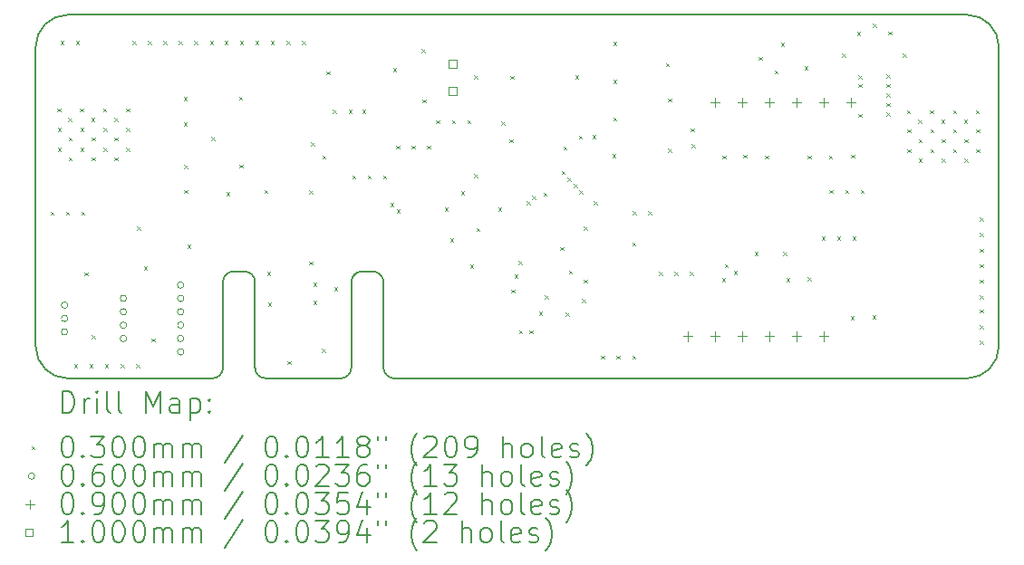
<source format=gbr>
%TF.GenerationSoftware,KiCad,Pcbnew,8.0.0*%
%TF.CreationDate,2024-08-30T23:23:25+02:00*%
%TF.ProjectId,LoRa_Node,4c6f5261-5f4e-46f6-9465-2e6b69636164,rev?*%
%TF.SameCoordinates,Original*%
%TF.FileFunction,Drillmap*%
%TF.FilePolarity,Positive*%
%FSLAX45Y45*%
G04 Gerber Fmt 4.5, Leading zero omitted, Abs format (unit mm)*
G04 Created by KiCad (PCBNEW 8.0.0) date 2024-08-30 23:23:25*
%MOMM*%
%LPD*%
G01*
G04 APERTURE LIST*
%ADD10C,0.200000*%
%ADD11C,0.100000*%
G04 APERTURE END LIST*
D10*
X19570000Y-9670000D02*
G75*
G02*
X19270000Y-9970000I-300000J0D01*
G01*
X10870000Y-9970000D02*
G75*
G02*
X10570000Y-9670000I0J300000D01*
G01*
X13620000Y-8970000D02*
X13720000Y-8970000D01*
X13520000Y-9870000D02*
X13520000Y-9070000D01*
X13720000Y-8970000D02*
G75*
G02*
X13820000Y-9070000I0J-100000D01*
G01*
X10870000Y-9970000D02*
X12220000Y-9970000D01*
X13820000Y-9070000D02*
X13820000Y-9870000D01*
X19270000Y-6570000D02*
G75*
G02*
X19570000Y-6870000I0J-300000D01*
G01*
X10570000Y-6870000D02*
X10570000Y-9670000D01*
X12620000Y-9070000D02*
X12620000Y-9870000D01*
X13920000Y-9970000D02*
G75*
G02*
X13820000Y-9870000I0J100000D01*
G01*
X12420000Y-8970000D02*
X12520000Y-8970000D01*
X13920000Y-9970000D02*
X19270000Y-9970000D01*
X12520000Y-8970000D02*
G75*
G02*
X12620000Y-9070000I0J-100000D01*
G01*
X12320000Y-9870000D02*
X12320000Y-9070000D01*
X13520000Y-9870000D02*
G75*
G02*
X13420000Y-9970000I-100000J0D01*
G01*
X19570000Y-9670000D02*
X19570000Y-6870000D01*
X12320000Y-9070000D02*
G75*
G02*
X12420000Y-8970000I100000J0D01*
G01*
X19270000Y-6570000D02*
X10870000Y-6570000D01*
X10570000Y-6870000D02*
G75*
G02*
X10870000Y-6570000I300000J0D01*
G01*
X13520000Y-9070000D02*
G75*
G02*
X13620000Y-8970000I100000J0D01*
G01*
X12720000Y-9970000D02*
G75*
G02*
X12620000Y-9870000I0J100000D01*
G01*
X12320000Y-9870000D02*
G75*
G02*
X12220000Y-9970000I-100000J0D01*
G01*
X12720000Y-9970000D02*
X13420000Y-9970000D01*
D11*
X10707868Y-8412132D02*
X10737868Y-8442132D01*
X10737868Y-8412132D02*
X10707868Y-8442132D01*
X10771422Y-7447132D02*
X10801422Y-7477132D01*
X10801422Y-7447132D02*
X10771422Y-7477132D01*
X10775000Y-7627132D02*
X10805000Y-7657132D01*
X10805000Y-7627132D02*
X10775000Y-7657132D01*
X10775000Y-7812132D02*
X10805000Y-7842132D01*
X10805000Y-7812132D02*
X10775000Y-7842132D01*
X10802868Y-6817132D02*
X10832868Y-6847132D01*
X10832868Y-6817132D02*
X10802868Y-6847132D01*
X10852868Y-8412132D02*
X10882868Y-8442132D01*
X10882868Y-8412132D02*
X10852868Y-8442132D01*
X10875711Y-7537132D02*
X10905711Y-7567132D01*
X10905711Y-7537132D02*
X10875711Y-7567132D01*
X10879290Y-7717132D02*
X10909290Y-7747132D01*
X10909290Y-7717132D02*
X10879290Y-7747132D01*
X10879290Y-7902132D02*
X10909290Y-7932132D01*
X10909290Y-7902132D02*
X10879290Y-7932132D01*
X10927868Y-9837132D02*
X10957868Y-9867132D01*
X10957868Y-9837132D02*
X10927868Y-9867132D01*
X10947868Y-6817132D02*
X10977868Y-6847132D01*
X10977868Y-6817132D02*
X10947868Y-6847132D01*
X10985711Y-7447132D02*
X11015711Y-7477132D01*
X11015711Y-7447132D02*
X10985711Y-7477132D01*
X10989289Y-7627132D02*
X11019289Y-7657132D01*
X11019289Y-7627132D02*
X10989289Y-7657132D01*
X10989289Y-7812132D02*
X11019289Y-7842132D01*
X11019289Y-7812132D02*
X10989289Y-7842132D01*
X10997868Y-8412132D02*
X11027868Y-8442132D01*
X11027868Y-8412132D02*
X10997868Y-8442132D01*
X11025000Y-8980000D02*
X11055000Y-9010000D01*
X11055000Y-8980000D02*
X11025000Y-9010000D01*
X11072868Y-9837132D02*
X11102868Y-9867132D01*
X11102868Y-9837132D02*
X11072868Y-9867132D01*
X11090000Y-7537132D02*
X11120000Y-7567132D01*
X11120000Y-7537132D02*
X11090000Y-7567132D01*
X11092868Y-9567132D02*
X11122868Y-9597132D01*
X11122868Y-9567132D02*
X11092868Y-9597132D01*
X11093579Y-7717132D02*
X11123579Y-7747132D01*
X11123579Y-7717132D02*
X11093579Y-7747132D01*
X11093579Y-7902132D02*
X11123579Y-7932132D01*
X11123579Y-7902132D02*
X11093579Y-7932132D01*
X11200000Y-7447132D02*
X11230000Y-7477132D01*
X11230000Y-7447132D02*
X11200000Y-7477132D01*
X11203578Y-7627132D02*
X11233578Y-7657132D01*
X11233578Y-7627132D02*
X11203578Y-7657132D01*
X11203578Y-7812132D02*
X11233578Y-7842132D01*
X11233578Y-7812132D02*
X11203578Y-7842132D01*
X11217868Y-9837132D02*
X11247868Y-9867132D01*
X11247868Y-9837132D02*
X11217868Y-9867132D01*
X11304290Y-7537132D02*
X11334290Y-7567132D01*
X11334290Y-7537132D02*
X11304290Y-7567132D01*
X11307868Y-7717132D02*
X11337868Y-7747132D01*
X11337868Y-7717132D02*
X11307868Y-7747132D01*
X11307868Y-7902132D02*
X11337868Y-7932132D01*
X11337868Y-7902132D02*
X11307868Y-7932132D01*
X11362868Y-9837132D02*
X11392868Y-9867132D01*
X11392868Y-9837132D02*
X11362868Y-9867132D01*
X11414290Y-7447132D02*
X11444290Y-7477132D01*
X11444290Y-7447132D02*
X11414290Y-7477132D01*
X11417868Y-7627132D02*
X11447868Y-7657132D01*
X11447868Y-7627132D02*
X11417868Y-7657132D01*
X11417868Y-7812132D02*
X11447868Y-7842132D01*
X11447868Y-7812132D02*
X11417868Y-7842132D01*
X11472868Y-6817132D02*
X11502868Y-6847132D01*
X11502868Y-6817132D02*
X11472868Y-6847132D01*
X11507868Y-9837132D02*
X11537868Y-9867132D01*
X11537868Y-9837132D02*
X11507868Y-9867132D01*
X11517868Y-8552132D02*
X11547868Y-8582132D01*
X11547868Y-8552132D02*
X11517868Y-8582132D01*
X11580736Y-8925000D02*
X11610736Y-8955000D01*
X11610736Y-8925000D02*
X11580736Y-8955000D01*
X11617868Y-6817132D02*
X11647868Y-6847132D01*
X11647868Y-6817132D02*
X11617868Y-6847132D01*
X11652868Y-9597132D02*
X11682868Y-9627132D01*
X11682868Y-9597132D02*
X11652868Y-9627132D01*
X11762868Y-6817132D02*
X11792868Y-6847132D01*
X11792868Y-6817132D02*
X11762868Y-6847132D01*
X11907868Y-6817132D02*
X11937868Y-6847132D01*
X11937868Y-6817132D02*
X11907868Y-6847132D01*
X11952868Y-7342132D02*
X11982868Y-7372132D01*
X11982868Y-7342132D02*
X11952868Y-7372132D01*
X11955000Y-7576767D02*
X11985000Y-7606767D01*
X11985000Y-7576767D02*
X11955000Y-7606767D01*
X11957250Y-8207256D02*
X11987250Y-8237256D01*
X11987250Y-8207256D02*
X11957250Y-8237256D01*
X11957868Y-7977132D02*
X11987868Y-8007132D01*
X11987868Y-7977132D02*
X11957868Y-8007132D01*
X11987868Y-8722132D02*
X12017868Y-8752132D01*
X12017868Y-8722132D02*
X11987868Y-8752132D01*
X12052868Y-6817132D02*
X12082868Y-6847132D01*
X12082868Y-6817132D02*
X12052868Y-6847132D01*
X12197868Y-6817132D02*
X12227868Y-6847132D01*
X12227868Y-6817132D02*
X12197868Y-6847132D01*
X12212868Y-7712132D02*
X12242868Y-7742132D01*
X12242868Y-7712132D02*
X12212868Y-7742132D01*
X12332868Y-6817132D02*
X12362868Y-6847132D01*
X12362868Y-6817132D02*
X12332868Y-6847132D01*
X12350736Y-8230000D02*
X12380736Y-8260000D01*
X12380736Y-8230000D02*
X12350736Y-8260000D01*
X12470000Y-7335000D02*
X12500000Y-7365000D01*
X12500000Y-7335000D02*
X12470000Y-7365000D01*
X12475000Y-7970000D02*
X12505000Y-8000000D01*
X12505000Y-7970000D02*
X12475000Y-8000000D01*
X12477868Y-6817132D02*
X12507868Y-6847132D01*
X12507868Y-6817132D02*
X12477868Y-6847132D01*
X12622868Y-6817132D02*
X12652868Y-6847132D01*
X12652868Y-6817132D02*
X12622868Y-6847132D01*
X12707868Y-8207132D02*
X12737868Y-8237132D01*
X12737868Y-8207132D02*
X12707868Y-8237132D01*
X12732868Y-8972132D02*
X12762868Y-9002132D01*
X12762868Y-8972132D02*
X12732868Y-9002132D01*
X12740000Y-9260000D02*
X12770000Y-9290000D01*
X12770000Y-9260000D02*
X12740000Y-9290000D01*
X12767868Y-6817132D02*
X12797868Y-6847132D01*
X12797868Y-6817132D02*
X12767868Y-6847132D01*
X12912868Y-6817132D02*
X12942868Y-6847132D01*
X12942868Y-6817132D02*
X12912868Y-6847132D01*
X12925000Y-9810000D02*
X12955000Y-9840000D01*
X12955000Y-9810000D02*
X12925000Y-9840000D01*
X13057868Y-6817132D02*
X13087868Y-6847132D01*
X13087868Y-6817132D02*
X13057868Y-6847132D01*
X13127868Y-8212132D02*
X13157868Y-8242132D01*
X13157868Y-8212132D02*
X13127868Y-8242132D01*
X13127868Y-8877132D02*
X13157868Y-8907132D01*
X13157868Y-8877132D02*
X13127868Y-8907132D01*
X13142868Y-7762132D02*
X13172868Y-7792132D01*
X13172868Y-7762132D02*
X13142868Y-7792132D01*
X13163956Y-9245896D02*
X13193956Y-9275896D01*
X13193956Y-9245896D02*
X13163956Y-9275896D01*
X13165441Y-9074705D02*
X13195441Y-9104705D01*
X13195441Y-9074705D02*
X13165441Y-9104705D01*
X13242500Y-9692500D02*
X13272500Y-9722500D01*
X13272500Y-9692500D02*
X13242500Y-9722500D01*
X13247868Y-7887132D02*
X13277868Y-7917132D01*
X13277868Y-7887132D02*
X13247868Y-7917132D01*
X13287868Y-7097132D02*
X13317868Y-7127132D01*
X13317868Y-7097132D02*
X13287868Y-7127132D01*
X13347868Y-7457132D02*
X13377868Y-7487132D01*
X13377868Y-7457132D02*
X13347868Y-7487132D01*
X13357868Y-9117132D02*
X13387868Y-9147132D01*
X13387868Y-9117132D02*
X13357868Y-9147132D01*
X13492868Y-7457132D02*
X13522868Y-7487132D01*
X13522868Y-7457132D02*
X13492868Y-7487132D01*
X13527868Y-8072132D02*
X13557868Y-8102132D01*
X13557868Y-8072132D02*
X13527868Y-8102132D01*
X13622868Y-7457132D02*
X13652868Y-7487132D01*
X13652868Y-7457132D02*
X13622868Y-7487132D01*
X13672868Y-8072132D02*
X13702868Y-8102132D01*
X13702868Y-8072132D02*
X13672868Y-8102132D01*
X13817868Y-8072132D02*
X13847868Y-8102132D01*
X13847868Y-8072132D02*
X13817868Y-8102132D01*
X13882868Y-8332132D02*
X13912868Y-8362132D01*
X13912868Y-8332132D02*
X13882868Y-8362132D01*
X13907868Y-7070000D02*
X13937868Y-7100000D01*
X13937868Y-7070000D02*
X13907868Y-7100000D01*
X13937868Y-7792132D02*
X13967868Y-7822132D01*
X13967868Y-7792132D02*
X13937868Y-7822132D01*
X13942586Y-8391850D02*
X13972586Y-8421850D01*
X13972586Y-8391850D02*
X13942586Y-8421850D01*
X14082868Y-7792132D02*
X14112868Y-7822132D01*
X14112868Y-7792132D02*
X14082868Y-7822132D01*
X14177868Y-6892132D02*
X14207868Y-6922132D01*
X14207868Y-6892132D02*
X14177868Y-6922132D01*
X14182868Y-7362132D02*
X14212868Y-7392132D01*
X14212868Y-7362132D02*
X14182868Y-7392132D01*
X14227868Y-7792132D02*
X14257868Y-7822132D01*
X14257868Y-7792132D02*
X14227868Y-7822132D01*
X14312868Y-7557132D02*
X14342868Y-7587132D01*
X14342868Y-7557132D02*
X14312868Y-7587132D01*
X14392868Y-8372132D02*
X14422868Y-8402132D01*
X14422868Y-8372132D02*
X14392868Y-8402132D01*
X14442868Y-8662132D02*
X14472868Y-8692132D01*
X14472868Y-8662132D02*
X14442868Y-8692132D01*
X14457868Y-7557132D02*
X14487868Y-7587132D01*
X14487868Y-7557132D02*
X14457868Y-7587132D01*
X14542868Y-8222132D02*
X14572868Y-8252132D01*
X14572868Y-8222132D02*
X14542868Y-8252132D01*
X14602868Y-7557132D02*
X14632868Y-7587132D01*
X14632868Y-7557132D02*
X14602868Y-7587132D01*
X14629939Y-8904203D02*
X14659939Y-8934203D01*
X14659939Y-8904203D02*
X14629939Y-8934203D01*
X14665000Y-8060000D02*
X14695000Y-8090000D01*
X14695000Y-8060000D02*
X14665000Y-8090000D01*
X14667868Y-7137132D02*
X14697868Y-7167132D01*
X14697868Y-7137132D02*
X14667868Y-7167132D01*
X14687868Y-8562132D02*
X14717868Y-8592132D01*
X14717868Y-8562132D02*
X14687868Y-8592132D01*
X14892868Y-8372132D02*
X14922868Y-8402132D01*
X14922868Y-8372132D02*
X14892868Y-8402132D01*
X14922868Y-7567132D02*
X14952868Y-7597132D01*
X14952868Y-7567132D02*
X14922868Y-7597132D01*
X14997868Y-7732132D02*
X15027868Y-7762132D01*
X15027868Y-7732132D02*
X14997868Y-7762132D01*
X15007868Y-7142132D02*
X15037868Y-7172132D01*
X15037868Y-7142132D02*
X15007868Y-7172132D01*
X15015147Y-9139853D02*
X15045147Y-9169853D01*
X15045147Y-9139853D02*
X15015147Y-9169853D01*
X15045000Y-9000000D02*
X15075000Y-9030000D01*
X15075000Y-9000000D02*
X15045000Y-9030000D01*
X15082868Y-8872132D02*
X15112868Y-8902132D01*
X15112868Y-8872132D02*
X15082868Y-8902132D01*
X15087868Y-9522132D02*
X15117868Y-9552132D01*
X15117868Y-9522132D02*
X15087868Y-9552132D01*
X15155840Y-8312470D02*
X15185840Y-8342470D01*
X15185840Y-8312470D02*
X15155840Y-8342470D01*
X15182868Y-9522132D02*
X15212868Y-9552132D01*
X15212868Y-9522132D02*
X15182868Y-9552132D01*
X15209050Y-8262414D02*
X15239050Y-8292414D01*
X15239050Y-8262414D02*
X15209050Y-8292414D01*
X15272868Y-9347132D02*
X15302868Y-9377132D01*
X15302868Y-9347132D02*
X15272868Y-9377132D01*
X15312868Y-8232132D02*
X15342868Y-8262132D01*
X15342868Y-8232132D02*
X15312868Y-8262132D01*
X15327868Y-9192132D02*
X15357868Y-9222132D01*
X15357868Y-9192132D02*
X15327868Y-9222132D01*
X15472868Y-8742132D02*
X15502868Y-8772132D01*
X15502868Y-8742132D02*
X15472868Y-8772132D01*
X15485009Y-8029991D02*
X15515009Y-8059991D01*
X15515009Y-8029991D02*
X15485009Y-8059991D01*
X15502868Y-7802132D02*
X15532868Y-7832132D01*
X15532868Y-7802132D02*
X15502868Y-7832132D01*
X15522868Y-9357132D02*
X15552868Y-9387132D01*
X15552868Y-9357132D02*
X15522868Y-9387132D01*
X15537868Y-8092132D02*
X15567868Y-8122132D01*
X15567868Y-8092132D02*
X15537868Y-8122132D01*
X15552868Y-8962132D02*
X15582868Y-8992132D01*
X15582868Y-8962132D02*
X15552868Y-8992132D01*
X15597868Y-8152132D02*
X15627868Y-8182132D01*
X15627868Y-8152132D02*
X15597868Y-8182132D01*
X15612868Y-7137132D02*
X15642868Y-7167132D01*
X15642868Y-7137132D02*
X15612868Y-7167132D01*
X15645368Y-7699632D02*
X15675368Y-7729632D01*
X15675368Y-7699632D02*
X15645368Y-7729632D01*
X15647868Y-8212132D02*
X15677868Y-8242132D01*
X15677868Y-8212132D02*
X15647868Y-8242132D01*
X15672868Y-9227132D02*
X15702868Y-9257132D01*
X15702868Y-9227132D02*
X15672868Y-9257132D01*
X15692868Y-8552132D02*
X15722868Y-8582132D01*
X15722868Y-8552132D02*
X15692868Y-8582132D01*
X15692868Y-9047132D02*
X15722868Y-9077132D01*
X15722868Y-9047132D02*
X15692868Y-9077132D01*
X15772868Y-7697132D02*
X15802868Y-7727132D01*
X15802868Y-7697132D02*
X15772868Y-7727132D01*
X15782868Y-8312132D02*
X15812868Y-8342132D01*
X15812868Y-8312132D02*
X15782868Y-8342132D01*
X15852868Y-9757132D02*
X15882868Y-9787132D01*
X15882868Y-9757132D02*
X15852868Y-9787132D01*
X15958110Y-7871327D02*
X15988110Y-7901327D01*
X15988110Y-7871327D02*
X15958110Y-7901327D01*
X15967868Y-6822132D02*
X15997868Y-6852132D01*
X15997868Y-6822132D02*
X15967868Y-6852132D01*
X15967868Y-7177132D02*
X15997868Y-7207132D01*
X15997868Y-7177132D02*
X15967868Y-7207132D01*
X15967868Y-7532132D02*
X15997868Y-7562132D01*
X15997868Y-7532132D02*
X15967868Y-7562132D01*
X15997868Y-9757132D02*
X16027868Y-9787132D01*
X16027868Y-9757132D02*
X15997868Y-9787132D01*
X16142868Y-8697132D02*
X16172868Y-8727132D01*
X16172868Y-8697132D02*
X16142868Y-8727132D01*
X16142868Y-9757132D02*
X16172868Y-9787132D01*
X16172868Y-9757132D02*
X16142868Y-9787132D01*
X16147868Y-8407132D02*
X16177868Y-8437132D01*
X16177868Y-8407132D02*
X16147868Y-8437132D01*
X16292868Y-8407132D02*
X16322868Y-8437132D01*
X16322868Y-8407132D02*
X16292868Y-8437132D01*
X16392868Y-8972132D02*
X16422868Y-9002132D01*
X16422868Y-8972132D02*
X16392868Y-9002132D01*
X16457868Y-7022132D02*
X16487868Y-7052132D01*
X16487868Y-7022132D02*
X16457868Y-7052132D01*
X16477868Y-7352132D02*
X16507868Y-7382132D01*
X16507868Y-7352132D02*
X16477868Y-7382132D01*
X16477868Y-7822132D02*
X16507868Y-7852132D01*
X16507868Y-7822132D02*
X16477868Y-7852132D01*
X16537868Y-8972132D02*
X16567868Y-9002132D01*
X16567868Y-8972132D02*
X16537868Y-9002132D01*
X16682868Y-8972132D02*
X16712868Y-9002132D01*
X16712868Y-8972132D02*
X16682868Y-9002132D01*
X16692868Y-7632132D02*
X16722868Y-7662132D01*
X16722868Y-7632132D02*
X16692868Y-7662132D01*
X16697868Y-7782132D02*
X16727868Y-7812132D01*
X16727868Y-7782132D02*
X16697868Y-7812132D01*
X16982868Y-9032132D02*
X17012868Y-9062132D01*
X17012868Y-9032132D02*
X16982868Y-9062132D01*
X16985000Y-7885000D02*
X17015000Y-7915000D01*
X17015000Y-7885000D02*
X16985000Y-7915000D01*
X17007868Y-8902132D02*
X17037868Y-8932132D01*
X17037868Y-8902132D02*
X17007868Y-8932132D01*
X17092868Y-8967132D02*
X17122868Y-8997132D01*
X17122868Y-8967132D02*
X17092868Y-8997132D01*
X17182868Y-7877132D02*
X17212868Y-7907132D01*
X17212868Y-7877132D02*
X17182868Y-7907132D01*
X17287868Y-8787132D02*
X17317868Y-8817132D01*
X17317868Y-8787132D02*
X17287868Y-8817132D01*
X17327868Y-6962132D02*
X17357868Y-6992132D01*
X17357868Y-6962132D02*
X17327868Y-6992132D01*
X17382868Y-7887132D02*
X17412868Y-7917132D01*
X17412868Y-7887132D02*
X17382868Y-7917132D01*
X17472868Y-7092132D02*
X17502868Y-7122132D01*
X17502868Y-7092132D02*
X17472868Y-7122132D01*
X17532868Y-6832132D02*
X17562868Y-6862132D01*
X17562868Y-6832132D02*
X17532868Y-6862132D01*
X17552868Y-8787132D02*
X17582868Y-8817132D01*
X17582868Y-8787132D02*
X17552868Y-8817132D01*
X17585000Y-9032132D02*
X17615000Y-9062132D01*
X17615000Y-9032132D02*
X17585000Y-9062132D01*
X17752868Y-7052132D02*
X17782868Y-7082132D01*
X17782868Y-7052132D02*
X17752868Y-7082132D01*
X17782868Y-7887132D02*
X17812868Y-7917132D01*
X17812868Y-7887132D02*
X17782868Y-7917132D01*
X17785000Y-9027132D02*
X17815000Y-9057132D01*
X17815000Y-9027132D02*
X17785000Y-9057132D01*
X17912868Y-8642132D02*
X17942868Y-8672132D01*
X17942868Y-8642132D02*
X17912868Y-8672132D01*
X17982868Y-7887132D02*
X18012868Y-7917132D01*
X18012868Y-7887132D02*
X17982868Y-7917132D01*
X17987868Y-8207132D02*
X18017868Y-8237132D01*
X18017868Y-8207132D02*
X17987868Y-8237132D01*
X18057868Y-8642132D02*
X18087868Y-8672132D01*
X18087868Y-8642132D02*
X18057868Y-8672132D01*
X18102868Y-6932132D02*
X18132868Y-6962132D01*
X18132868Y-6932132D02*
X18102868Y-6962132D01*
X18132868Y-8207132D02*
X18162868Y-8237132D01*
X18162868Y-8207132D02*
X18132868Y-8237132D01*
X18185000Y-9387132D02*
X18215000Y-9417132D01*
X18215000Y-9387132D02*
X18185000Y-9417132D01*
X18187868Y-7877132D02*
X18217868Y-7907132D01*
X18217868Y-7877132D02*
X18187868Y-7907132D01*
X18202868Y-8642132D02*
X18232868Y-8672132D01*
X18232868Y-8642132D02*
X18202868Y-8672132D01*
X18242868Y-6732132D02*
X18272868Y-6762132D01*
X18272868Y-6732132D02*
X18242868Y-6762132D01*
X18257868Y-7137132D02*
X18287868Y-7167132D01*
X18287868Y-7137132D02*
X18257868Y-7167132D01*
X18257868Y-7217132D02*
X18287868Y-7247132D01*
X18287868Y-7217132D02*
X18257868Y-7247132D01*
X18257868Y-7497132D02*
X18287868Y-7527132D01*
X18287868Y-7497132D02*
X18257868Y-7527132D01*
X18277868Y-8207132D02*
X18307868Y-8237132D01*
X18307868Y-8207132D02*
X18277868Y-8237132D01*
X18387868Y-9382132D02*
X18417868Y-9412132D01*
X18417868Y-9382132D02*
X18387868Y-9412132D01*
X18392868Y-6652132D02*
X18422868Y-6682132D01*
X18422868Y-6652132D02*
X18392868Y-6682132D01*
X18517868Y-7130465D02*
X18547868Y-7160465D01*
X18547868Y-7130465D02*
X18517868Y-7160465D01*
X18517868Y-7217132D02*
X18547868Y-7247132D01*
X18547868Y-7217132D02*
X18517868Y-7247132D01*
X18517868Y-7305465D02*
X18547868Y-7335465D01*
X18547868Y-7305465D02*
X18517868Y-7335465D01*
X18517868Y-7393798D02*
X18547868Y-7423798D01*
X18547868Y-7393798D02*
X18517868Y-7423798D01*
X18517868Y-7482132D02*
X18547868Y-7512132D01*
X18547868Y-7482132D02*
X18517868Y-7512132D01*
X18537868Y-6727132D02*
X18567868Y-6757132D01*
X18567868Y-6727132D02*
X18537868Y-6757132D01*
X18672868Y-6932132D02*
X18702868Y-6962132D01*
X18702868Y-6932132D02*
X18672868Y-6962132D01*
X18711422Y-7462132D02*
X18741422Y-7492132D01*
X18741422Y-7462132D02*
X18711422Y-7492132D01*
X18715000Y-7642132D02*
X18745000Y-7672132D01*
X18745000Y-7642132D02*
X18715000Y-7672132D01*
X18715000Y-7827132D02*
X18745000Y-7857132D01*
X18745000Y-7827132D02*
X18715000Y-7857132D01*
X18815711Y-7552132D02*
X18845711Y-7582132D01*
X18845711Y-7552132D02*
X18815711Y-7582132D01*
X18819290Y-7732132D02*
X18849290Y-7762132D01*
X18849290Y-7732132D02*
X18819290Y-7762132D01*
X18819290Y-7917132D02*
X18849290Y-7947132D01*
X18849290Y-7917132D02*
X18819290Y-7947132D01*
X18925711Y-7462132D02*
X18955711Y-7492132D01*
X18955711Y-7462132D02*
X18925711Y-7492132D01*
X18929289Y-7642132D02*
X18959289Y-7672132D01*
X18959289Y-7642132D02*
X18929289Y-7672132D01*
X18929289Y-7827132D02*
X18959289Y-7857132D01*
X18959289Y-7827132D02*
X18929289Y-7857132D01*
X19030000Y-7552132D02*
X19060000Y-7582132D01*
X19060000Y-7552132D02*
X19030000Y-7582132D01*
X19033579Y-7732132D02*
X19063579Y-7762132D01*
X19063579Y-7732132D02*
X19033579Y-7762132D01*
X19033579Y-7917132D02*
X19063579Y-7947132D01*
X19063579Y-7917132D02*
X19033579Y-7947132D01*
X19140000Y-7462132D02*
X19170000Y-7492132D01*
X19170000Y-7462132D02*
X19140000Y-7492132D01*
X19143578Y-7642132D02*
X19173578Y-7672132D01*
X19173578Y-7642132D02*
X19143578Y-7672132D01*
X19143578Y-7827132D02*
X19173578Y-7857132D01*
X19173578Y-7827132D02*
X19143578Y-7857132D01*
X19244290Y-7552132D02*
X19274290Y-7582132D01*
X19274290Y-7552132D02*
X19244290Y-7582132D01*
X19247868Y-7732132D02*
X19277868Y-7762132D01*
X19277868Y-7732132D02*
X19247868Y-7762132D01*
X19247868Y-7917132D02*
X19277868Y-7947132D01*
X19277868Y-7917132D02*
X19247868Y-7947132D01*
X19354290Y-7462132D02*
X19384290Y-7492132D01*
X19384290Y-7462132D02*
X19354290Y-7492132D01*
X19357868Y-7642132D02*
X19387868Y-7672132D01*
X19387868Y-7642132D02*
X19357868Y-7672132D01*
X19357868Y-7827132D02*
X19387868Y-7857132D01*
X19387868Y-7827132D02*
X19357868Y-7857132D01*
X19392868Y-8467132D02*
X19422868Y-8497132D01*
X19422868Y-8467132D02*
X19392868Y-8497132D01*
X19392868Y-8612132D02*
X19422868Y-8642132D01*
X19422868Y-8612132D02*
X19392868Y-8642132D01*
X19392868Y-8757132D02*
X19422868Y-8787132D01*
X19422868Y-8757132D02*
X19392868Y-8787132D01*
X19392868Y-8902132D02*
X19422868Y-8932132D01*
X19422868Y-8902132D02*
X19392868Y-8932132D01*
X19392868Y-9047132D02*
X19422868Y-9077132D01*
X19422868Y-9047132D02*
X19392868Y-9077132D01*
X19392868Y-9192132D02*
X19422868Y-9222132D01*
X19422868Y-9192132D02*
X19392868Y-9222132D01*
X19392868Y-9327132D02*
X19422868Y-9357132D01*
X19422868Y-9327132D02*
X19392868Y-9357132D01*
X19392868Y-9472132D02*
X19422868Y-9502132D01*
X19422868Y-9472132D02*
X19392868Y-9502132D01*
X19392868Y-9617132D02*
X19422868Y-9647132D01*
X19422868Y-9617132D02*
X19392868Y-9647132D01*
X10870000Y-9285000D02*
G75*
G02*
X10810000Y-9285000I-30000J0D01*
G01*
X10810000Y-9285000D02*
G75*
G02*
X10870000Y-9285000I30000J0D01*
G01*
X10870000Y-9410000D02*
G75*
G02*
X10810000Y-9410000I-30000J0D01*
G01*
X10810000Y-9410000D02*
G75*
G02*
X10870000Y-9410000I30000J0D01*
G01*
X10870000Y-9535000D02*
G75*
G02*
X10810000Y-9535000I-30000J0D01*
G01*
X10810000Y-9535000D02*
G75*
G02*
X10870000Y-9535000I30000J0D01*
G01*
X11420000Y-9222500D02*
G75*
G02*
X11360000Y-9222500I-30000J0D01*
G01*
X11360000Y-9222500D02*
G75*
G02*
X11420000Y-9222500I30000J0D01*
G01*
X11420000Y-9347500D02*
G75*
G02*
X11360000Y-9347500I-30000J0D01*
G01*
X11360000Y-9347500D02*
G75*
G02*
X11420000Y-9347500I30000J0D01*
G01*
X11420000Y-9472500D02*
G75*
G02*
X11360000Y-9472500I-30000J0D01*
G01*
X11360000Y-9472500D02*
G75*
G02*
X11420000Y-9472500I30000J0D01*
G01*
X11420000Y-9597500D02*
G75*
G02*
X11360000Y-9597500I-30000J0D01*
G01*
X11360000Y-9597500D02*
G75*
G02*
X11420000Y-9597500I30000J0D01*
G01*
X11955000Y-9097500D02*
G75*
G02*
X11895000Y-9097500I-30000J0D01*
G01*
X11895000Y-9097500D02*
G75*
G02*
X11955000Y-9097500I30000J0D01*
G01*
X11955000Y-9222500D02*
G75*
G02*
X11895000Y-9222500I-30000J0D01*
G01*
X11895000Y-9222500D02*
G75*
G02*
X11955000Y-9222500I30000J0D01*
G01*
X11955000Y-9347500D02*
G75*
G02*
X11895000Y-9347500I-30000J0D01*
G01*
X11895000Y-9347500D02*
G75*
G02*
X11955000Y-9347500I30000J0D01*
G01*
X11955000Y-9472500D02*
G75*
G02*
X11895000Y-9472500I-30000J0D01*
G01*
X11895000Y-9472500D02*
G75*
G02*
X11955000Y-9472500I30000J0D01*
G01*
X11955000Y-9597500D02*
G75*
G02*
X11895000Y-9597500I-30000J0D01*
G01*
X11895000Y-9597500D02*
G75*
G02*
X11955000Y-9597500I30000J0D01*
G01*
X11955000Y-9722500D02*
G75*
G02*
X11895000Y-9722500I-30000J0D01*
G01*
X11895000Y-9722500D02*
G75*
G02*
X11955000Y-9722500I30000J0D01*
G01*
X16663000Y-9532500D02*
X16663000Y-9622500D01*
X16618000Y-9577500D02*
X16708000Y-9577500D01*
X16917000Y-7345500D02*
X16917000Y-7435500D01*
X16872000Y-7390500D02*
X16962000Y-7390500D01*
X16917000Y-9532500D02*
X16917000Y-9622500D01*
X16872000Y-9577500D02*
X16962000Y-9577500D01*
X17171000Y-7345500D02*
X17171000Y-7435500D01*
X17126000Y-7390500D02*
X17216000Y-7390500D01*
X17171000Y-9532500D02*
X17171000Y-9622500D01*
X17126000Y-9577500D02*
X17216000Y-9577500D01*
X17425000Y-7345500D02*
X17425000Y-7435500D01*
X17380000Y-7390500D02*
X17470000Y-7390500D01*
X17425000Y-9532500D02*
X17425000Y-9622500D01*
X17380000Y-9577500D02*
X17470000Y-9577500D01*
X17679000Y-7345500D02*
X17679000Y-7435500D01*
X17634000Y-7390500D02*
X17724000Y-7390500D01*
X17679000Y-9532500D02*
X17679000Y-9622500D01*
X17634000Y-9577500D02*
X17724000Y-9577500D01*
X17933000Y-7345500D02*
X17933000Y-7435500D01*
X17888000Y-7390500D02*
X17978000Y-7390500D01*
X17933000Y-9532500D02*
X17933000Y-9622500D01*
X17888000Y-9577500D02*
X17978000Y-9577500D01*
X18187000Y-7345500D02*
X18187000Y-7435500D01*
X18142000Y-7390500D02*
X18232000Y-7390500D01*
X14500356Y-7065988D02*
X14500356Y-6995276D01*
X14429644Y-6995276D01*
X14429644Y-7065988D01*
X14500356Y-7065988D01*
X14500356Y-7319988D02*
X14500356Y-7249276D01*
X14429644Y-7249276D01*
X14429644Y-7319988D01*
X14500356Y-7319988D01*
D10*
X10820777Y-10291484D02*
X10820777Y-10091484D01*
X10820777Y-10091484D02*
X10868396Y-10091484D01*
X10868396Y-10091484D02*
X10896967Y-10101008D01*
X10896967Y-10101008D02*
X10916015Y-10120055D01*
X10916015Y-10120055D02*
X10925539Y-10139103D01*
X10925539Y-10139103D02*
X10935063Y-10177198D01*
X10935063Y-10177198D02*
X10935063Y-10205769D01*
X10935063Y-10205769D02*
X10925539Y-10243865D01*
X10925539Y-10243865D02*
X10916015Y-10262912D01*
X10916015Y-10262912D02*
X10896967Y-10281960D01*
X10896967Y-10281960D02*
X10868396Y-10291484D01*
X10868396Y-10291484D02*
X10820777Y-10291484D01*
X11020777Y-10291484D02*
X11020777Y-10158150D01*
X11020777Y-10196246D02*
X11030301Y-10177198D01*
X11030301Y-10177198D02*
X11039824Y-10167674D01*
X11039824Y-10167674D02*
X11058872Y-10158150D01*
X11058872Y-10158150D02*
X11077920Y-10158150D01*
X11144586Y-10291484D02*
X11144586Y-10158150D01*
X11144586Y-10091484D02*
X11135063Y-10101008D01*
X11135063Y-10101008D02*
X11144586Y-10110531D01*
X11144586Y-10110531D02*
X11154110Y-10101008D01*
X11154110Y-10101008D02*
X11144586Y-10091484D01*
X11144586Y-10091484D02*
X11144586Y-10110531D01*
X11268396Y-10291484D02*
X11249348Y-10281960D01*
X11249348Y-10281960D02*
X11239824Y-10262912D01*
X11239824Y-10262912D02*
X11239824Y-10091484D01*
X11373158Y-10291484D02*
X11354110Y-10281960D01*
X11354110Y-10281960D02*
X11344586Y-10262912D01*
X11344586Y-10262912D02*
X11344586Y-10091484D01*
X11601729Y-10291484D02*
X11601729Y-10091484D01*
X11601729Y-10091484D02*
X11668396Y-10234341D01*
X11668396Y-10234341D02*
X11735062Y-10091484D01*
X11735062Y-10091484D02*
X11735062Y-10291484D01*
X11916015Y-10291484D02*
X11916015Y-10186722D01*
X11916015Y-10186722D02*
X11906491Y-10167674D01*
X11906491Y-10167674D02*
X11887443Y-10158150D01*
X11887443Y-10158150D02*
X11849348Y-10158150D01*
X11849348Y-10158150D02*
X11830301Y-10167674D01*
X11916015Y-10281960D02*
X11896967Y-10291484D01*
X11896967Y-10291484D02*
X11849348Y-10291484D01*
X11849348Y-10291484D02*
X11830301Y-10281960D01*
X11830301Y-10281960D02*
X11820777Y-10262912D01*
X11820777Y-10262912D02*
X11820777Y-10243865D01*
X11820777Y-10243865D02*
X11830301Y-10224817D01*
X11830301Y-10224817D02*
X11849348Y-10215293D01*
X11849348Y-10215293D02*
X11896967Y-10215293D01*
X11896967Y-10215293D02*
X11916015Y-10205769D01*
X12011253Y-10158150D02*
X12011253Y-10358150D01*
X12011253Y-10167674D02*
X12030301Y-10158150D01*
X12030301Y-10158150D02*
X12068396Y-10158150D01*
X12068396Y-10158150D02*
X12087443Y-10167674D01*
X12087443Y-10167674D02*
X12096967Y-10177198D01*
X12096967Y-10177198D02*
X12106491Y-10196246D01*
X12106491Y-10196246D02*
X12106491Y-10253388D01*
X12106491Y-10253388D02*
X12096967Y-10272436D01*
X12096967Y-10272436D02*
X12087443Y-10281960D01*
X12087443Y-10281960D02*
X12068396Y-10291484D01*
X12068396Y-10291484D02*
X12030301Y-10291484D01*
X12030301Y-10291484D02*
X12011253Y-10281960D01*
X12192205Y-10272436D02*
X12201729Y-10281960D01*
X12201729Y-10281960D02*
X12192205Y-10291484D01*
X12192205Y-10291484D02*
X12182682Y-10281960D01*
X12182682Y-10281960D02*
X12192205Y-10272436D01*
X12192205Y-10272436D02*
X12192205Y-10291484D01*
X12192205Y-10167674D02*
X12201729Y-10177198D01*
X12201729Y-10177198D02*
X12192205Y-10186722D01*
X12192205Y-10186722D02*
X12182682Y-10177198D01*
X12182682Y-10177198D02*
X12192205Y-10167674D01*
X12192205Y-10167674D02*
X12192205Y-10186722D01*
D11*
X10530000Y-10605000D02*
X10560000Y-10635000D01*
X10560000Y-10605000D02*
X10530000Y-10635000D01*
D10*
X10858872Y-10511484D02*
X10877920Y-10511484D01*
X10877920Y-10511484D02*
X10896967Y-10521008D01*
X10896967Y-10521008D02*
X10906491Y-10530531D01*
X10906491Y-10530531D02*
X10916015Y-10549579D01*
X10916015Y-10549579D02*
X10925539Y-10587674D01*
X10925539Y-10587674D02*
X10925539Y-10635293D01*
X10925539Y-10635293D02*
X10916015Y-10673388D01*
X10916015Y-10673388D02*
X10906491Y-10692436D01*
X10906491Y-10692436D02*
X10896967Y-10701960D01*
X10896967Y-10701960D02*
X10877920Y-10711484D01*
X10877920Y-10711484D02*
X10858872Y-10711484D01*
X10858872Y-10711484D02*
X10839824Y-10701960D01*
X10839824Y-10701960D02*
X10830301Y-10692436D01*
X10830301Y-10692436D02*
X10820777Y-10673388D01*
X10820777Y-10673388D02*
X10811253Y-10635293D01*
X10811253Y-10635293D02*
X10811253Y-10587674D01*
X10811253Y-10587674D02*
X10820777Y-10549579D01*
X10820777Y-10549579D02*
X10830301Y-10530531D01*
X10830301Y-10530531D02*
X10839824Y-10521008D01*
X10839824Y-10521008D02*
X10858872Y-10511484D01*
X11011253Y-10692436D02*
X11020777Y-10701960D01*
X11020777Y-10701960D02*
X11011253Y-10711484D01*
X11011253Y-10711484D02*
X11001729Y-10701960D01*
X11001729Y-10701960D02*
X11011253Y-10692436D01*
X11011253Y-10692436D02*
X11011253Y-10711484D01*
X11087444Y-10511484D02*
X11211253Y-10511484D01*
X11211253Y-10511484D02*
X11144586Y-10587674D01*
X11144586Y-10587674D02*
X11173158Y-10587674D01*
X11173158Y-10587674D02*
X11192205Y-10597198D01*
X11192205Y-10597198D02*
X11201729Y-10606722D01*
X11201729Y-10606722D02*
X11211253Y-10625769D01*
X11211253Y-10625769D02*
X11211253Y-10673388D01*
X11211253Y-10673388D02*
X11201729Y-10692436D01*
X11201729Y-10692436D02*
X11192205Y-10701960D01*
X11192205Y-10701960D02*
X11173158Y-10711484D01*
X11173158Y-10711484D02*
X11116015Y-10711484D01*
X11116015Y-10711484D02*
X11096967Y-10701960D01*
X11096967Y-10701960D02*
X11087444Y-10692436D01*
X11335062Y-10511484D02*
X11354110Y-10511484D01*
X11354110Y-10511484D02*
X11373158Y-10521008D01*
X11373158Y-10521008D02*
X11382682Y-10530531D01*
X11382682Y-10530531D02*
X11392205Y-10549579D01*
X11392205Y-10549579D02*
X11401729Y-10587674D01*
X11401729Y-10587674D02*
X11401729Y-10635293D01*
X11401729Y-10635293D02*
X11392205Y-10673388D01*
X11392205Y-10673388D02*
X11382682Y-10692436D01*
X11382682Y-10692436D02*
X11373158Y-10701960D01*
X11373158Y-10701960D02*
X11354110Y-10711484D01*
X11354110Y-10711484D02*
X11335062Y-10711484D01*
X11335062Y-10711484D02*
X11316015Y-10701960D01*
X11316015Y-10701960D02*
X11306491Y-10692436D01*
X11306491Y-10692436D02*
X11296967Y-10673388D01*
X11296967Y-10673388D02*
X11287443Y-10635293D01*
X11287443Y-10635293D02*
X11287443Y-10587674D01*
X11287443Y-10587674D02*
X11296967Y-10549579D01*
X11296967Y-10549579D02*
X11306491Y-10530531D01*
X11306491Y-10530531D02*
X11316015Y-10521008D01*
X11316015Y-10521008D02*
X11335062Y-10511484D01*
X11525539Y-10511484D02*
X11544586Y-10511484D01*
X11544586Y-10511484D02*
X11563634Y-10521008D01*
X11563634Y-10521008D02*
X11573158Y-10530531D01*
X11573158Y-10530531D02*
X11582682Y-10549579D01*
X11582682Y-10549579D02*
X11592205Y-10587674D01*
X11592205Y-10587674D02*
X11592205Y-10635293D01*
X11592205Y-10635293D02*
X11582682Y-10673388D01*
X11582682Y-10673388D02*
X11573158Y-10692436D01*
X11573158Y-10692436D02*
X11563634Y-10701960D01*
X11563634Y-10701960D02*
X11544586Y-10711484D01*
X11544586Y-10711484D02*
X11525539Y-10711484D01*
X11525539Y-10711484D02*
X11506491Y-10701960D01*
X11506491Y-10701960D02*
X11496967Y-10692436D01*
X11496967Y-10692436D02*
X11487443Y-10673388D01*
X11487443Y-10673388D02*
X11477920Y-10635293D01*
X11477920Y-10635293D02*
X11477920Y-10587674D01*
X11477920Y-10587674D02*
X11487443Y-10549579D01*
X11487443Y-10549579D02*
X11496967Y-10530531D01*
X11496967Y-10530531D02*
X11506491Y-10521008D01*
X11506491Y-10521008D02*
X11525539Y-10511484D01*
X11677920Y-10711484D02*
X11677920Y-10578150D01*
X11677920Y-10597198D02*
X11687443Y-10587674D01*
X11687443Y-10587674D02*
X11706491Y-10578150D01*
X11706491Y-10578150D02*
X11735063Y-10578150D01*
X11735063Y-10578150D02*
X11754110Y-10587674D01*
X11754110Y-10587674D02*
X11763634Y-10606722D01*
X11763634Y-10606722D02*
X11763634Y-10711484D01*
X11763634Y-10606722D02*
X11773158Y-10587674D01*
X11773158Y-10587674D02*
X11792205Y-10578150D01*
X11792205Y-10578150D02*
X11820777Y-10578150D01*
X11820777Y-10578150D02*
X11839824Y-10587674D01*
X11839824Y-10587674D02*
X11849348Y-10606722D01*
X11849348Y-10606722D02*
X11849348Y-10711484D01*
X11944586Y-10711484D02*
X11944586Y-10578150D01*
X11944586Y-10597198D02*
X11954110Y-10587674D01*
X11954110Y-10587674D02*
X11973158Y-10578150D01*
X11973158Y-10578150D02*
X12001729Y-10578150D01*
X12001729Y-10578150D02*
X12020777Y-10587674D01*
X12020777Y-10587674D02*
X12030301Y-10606722D01*
X12030301Y-10606722D02*
X12030301Y-10711484D01*
X12030301Y-10606722D02*
X12039824Y-10587674D01*
X12039824Y-10587674D02*
X12058872Y-10578150D01*
X12058872Y-10578150D02*
X12087443Y-10578150D01*
X12087443Y-10578150D02*
X12106491Y-10587674D01*
X12106491Y-10587674D02*
X12116015Y-10606722D01*
X12116015Y-10606722D02*
X12116015Y-10711484D01*
X12506491Y-10501960D02*
X12335063Y-10759103D01*
X12763634Y-10511484D02*
X12782682Y-10511484D01*
X12782682Y-10511484D02*
X12801729Y-10521008D01*
X12801729Y-10521008D02*
X12811253Y-10530531D01*
X12811253Y-10530531D02*
X12820777Y-10549579D01*
X12820777Y-10549579D02*
X12830301Y-10587674D01*
X12830301Y-10587674D02*
X12830301Y-10635293D01*
X12830301Y-10635293D02*
X12820777Y-10673388D01*
X12820777Y-10673388D02*
X12811253Y-10692436D01*
X12811253Y-10692436D02*
X12801729Y-10701960D01*
X12801729Y-10701960D02*
X12782682Y-10711484D01*
X12782682Y-10711484D02*
X12763634Y-10711484D01*
X12763634Y-10711484D02*
X12744586Y-10701960D01*
X12744586Y-10701960D02*
X12735063Y-10692436D01*
X12735063Y-10692436D02*
X12725539Y-10673388D01*
X12725539Y-10673388D02*
X12716015Y-10635293D01*
X12716015Y-10635293D02*
X12716015Y-10587674D01*
X12716015Y-10587674D02*
X12725539Y-10549579D01*
X12725539Y-10549579D02*
X12735063Y-10530531D01*
X12735063Y-10530531D02*
X12744586Y-10521008D01*
X12744586Y-10521008D02*
X12763634Y-10511484D01*
X12916015Y-10692436D02*
X12925539Y-10701960D01*
X12925539Y-10701960D02*
X12916015Y-10711484D01*
X12916015Y-10711484D02*
X12906491Y-10701960D01*
X12906491Y-10701960D02*
X12916015Y-10692436D01*
X12916015Y-10692436D02*
X12916015Y-10711484D01*
X13049348Y-10511484D02*
X13068396Y-10511484D01*
X13068396Y-10511484D02*
X13087444Y-10521008D01*
X13087444Y-10521008D02*
X13096967Y-10530531D01*
X13096967Y-10530531D02*
X13106491Y-10549579D01*
X13106491Y-10549579D02*
X13116015Y-10587674D01*
X13116015Y-10587674D02*
X13116015Y-10635293D01*
X13116015Y-10635293D02*
X13106491Y-10673388D01*
X13106491Y-10673388D02*
X13096967Y-10692436D01*
X13096967Y-10692436D02*
X13087444Y-10701960D01*
X13087444Y-10701960D02*
X13068396Y-10711484D01*
X13068396Y-10711484D02*
X13049348Y-10711484D01*
X13049348Y-10711484D02*
X13030301Y-10701960D01*
X13030301Y-10701960D02*
X13020777Y-10692436D01*
X13020777Y-10692436D02*
X13011253Y-10673388D01*
X13011253Y-10673388D02*
X13001729Y-10635293D01*
X13001729Y-10635293D02*
X13001729Y-10587674D01*
X13001729Y-10587674D02*
X13011253Y-10549579D01*
X13011253Y-10549579D02*
X13020777Y-10530531D01*
X13020777Y-10530531D02*
X13030301Y-10521008D01*
X13030301Y-10521008D02*
X13049348Y-10511484D01*
X13306491Y-10711484D02*
X13192206Y-10711484D01*
X13249348Y-10711484D02*
X13249348Y-10511484D01*
X13249348Y-10511484D02*
X13230301Y-10540055D01*
X13230301Y-10540055D02*
X13211253Y-10559103D01*
X13211253Y-10559103D02*
X13192206Y-10568627D01*
X13496967Y-10711484D02*
X13382682Y-10711484D01*
X13439825Y-10711484D02*
X13439825Y-10511484D01*
X13439825Y-10511484D02*
X13420777Y-10540055D01*
X13420777Y-10540055D02*
X13401729Y-10559103D01*
X13401729Y-10559103D02*
X13382682Y-10568627D01*
X13611253Y-10597198D02*
X13592206Y-10587674D01*
X13592206Y-10587674D02*
X13582682Y-10578150D01*
X13582682Y-10578150D02*
X13573158Y-10559103D01*
X13573158Y-10559103D02*
X13573158Y-10549579D01*
X13573158Y-10549579D02*
X13582682Y-10530531D01*
X13582682Y-10530531D02*
X13592206Y-10521008D01*
X13592206Y-10521008D02*
X13611253Y-10511484D01*
X13611253Y-10511484D02*
X13649348Y-10511484D01*
X13649348Y-10511484D02*
X13668396Y-10521008D01*
X13668396Y-10521008D02*
X13677920Y-10530531D01*
X13677920Y-10530531D02*
X13687444Y-10549579D01*
X13687444Y-10549579D02*
X13687444Y-10559103D01*
X13687444Y-10559103D02*
X13677920Y-10578150D01*
X13677920Y-10578150D02*
X13668396Y-10587674D01*
X13668396Y-10587674D02*
X13649348Y-10597198D01*
X13649348Y-10597198D02*
X13611253Y-10597198D01*
X13611253Y-10597198D02*
X13592206Y-10606722D01*
X13592206Y-10606722D02*
X13582682Y-10616246D01*
X13582682Y-10616246D02*
X13573158Y-10635293D01*
X13573158Y-10635293D02*
X13573158Y-10673388D01*
X13573158Y-10673388D02*
X13582682Y-10692436D01*
X13582682Y-10692436D02*
X13592206Y-10701960D01*
X13592206Y-10701960D02*
X13611253Y-10711484D01*
X13611253Y-10711484D02*
X13649348Y-10711484D01*
X13649348Y-10711484D02*
X13668396Y-10701960D01*
X13668396Y-10701960D02*
X13677920Y-10692436D01*
X13677920Y-10692436D02*
X13687444Y-10673388D01*
X13687444Y-10673388D02*
X13687444Y-10635293D01*
X13687444Y-10635293D02*
X13677920Y-10616246D01*
X13677920Y-10616246D02*
X13668396Y-10606722D01*
X13668396Y-10606722D02*
X13649348Y-10597198D01*
X13763634Y-10511484D02*
X13763634Y-10549579D01*
X13839825Y-10511484D02*
X13839825Y-10549579D01*
X14135063Y-10787674D02*
X14125539Y-10778150D01*
X14125539Y-10778150D02*
X14106491Y-10749579D01*
X14106491Y-10749579D02*
X14096968Y-10730531D01*
X14096968Y-10730531D02*
X14087444Y-10701960D01*
X14087444Y-10701960D02*
X14077920Y-10654341D01*
X14077920Y-10654341D02*
X14077920Y-10616246D01*
X14077920Y-10616246D02*
X14087444Y-10568627D01*
X14087444Y-10568627D02*
X14096968Y-10540055D01*
X14096968Y-10540055D02*
X14106491Y-10521008D01*
X14106491Y-10521008D02*
X14125539Y-10492436D01*
X14125539Y-10492436D02*
X14135063Y-10482912D01*
X14201729Y-10530531D02*
X14211253Y-10521008D01*
X14211253Y-10521008D02*
X14230301Y-10511484D01*
X14230301Y-10511484D02*
X14277920Y-10511484D01*
X14277920Y-10511484D02*
X14296968Y-10521008D01*
X14296968Y-10521008D02*
X14306491Y-10530531D01*
X14306491Y-10530531D02*
X14316015Y-10549579D01*
X14316015Y-10549579D02*
X14316015Y-10568627D01*
X14316015Y-10568627D02*
X14306491Y-10597198D01*
X14306491Y-10597198D02*
X14192206Y-10711484D01*
X14192206Y-10711484D02*
X14316015Y-10711484D01*
X14439825Y-10511484D02*
X14458872Y-10511484D01*
X14458872Y-10511484D02*
X14477920Y-10521008D01*
X14477920Y-10521008D02*
X14487444Y-10530531D01*
X14487444Y-10530531D02*
X14496968Y-10549579D01*
X14496968Y-10549579D02*
X14506491Y-10587674D01*
X14506491Y-10587674D02*
X14506491Y-10635293D01*
X14506491Y-10635293D02*
X14496968Y-10673388D01*
X14496968Y-10673388D02*
X14487444Y-10692436D01*
X14487444Y-10692436D02*
X14477920Y-10701960D01*
X14477920Y-10701960D02*
X14458872Y-10711484D01*
X14458872Y-10711484D02*
X14439825Y-10711484D01*
X14439825Y-10711484D02*
X14420777Y-10701960D01*
X14420777Y-10701960D02*
X14411253Y-10692436D01*
X14411253Y-10692436D02*
X14401729Y-10673388D01*
X14401729Y-10673388D02*
X14392206Y-10635293D01*
X14392206Y-10635293D02*
X14392206Y-10587674D01*
X14392206Y-10587674D02*
X14401729Y-10549579D01*
X14401729Y-10549579D02*
X14411253Y-10530531D01*
X14411253Y-10530531D02*
X14420777Y-10521008D01*
X14420777Y-10521008D02*
X14439825Y-10511484D01*
X14601729Y-10711484D02*
X14639825Y-10711484D01*
X14639825Y-10711484D02*
X14658872Y-10701960D01*
X14658872Y-10701960D02*
X14668396Y-10692436D01*
X14668396Y-10692436D02*
X14687444Y-10663865D01*
X14687444Y-10663865D02*
X14696968Y-10625769D01*
X14696968Y-10625769D02*
X14696968Y-10549579D01*
X14696968Y-10549579D02*
X14687444Y-10530531D01*
X14687444Y-10530531D02*
X14677920Y-10521008D01*
X14677920Y-10521008D02*
X14658872Y-10511484D01*
X14658872Y-10511484D02*
X14620777Y-10511484D01*
X14620777Y-10511484D02*
X14601729Y-10521008D01*
X14601729Y-10521008D02*
X14592206Y-10530531D01*
X14592206Y-10530531D02*
X14582682Y-10549579D01*
X14582682Y-10549579D02*
X14582682Y-10597198D01*
X14582682Y-10597198D02*
X14592206Y-10616246D01*
X14592206Y-10616246D02*
X14601729Y-10625769D01*
X14601729Y-10625769D02*
X14620777Y-10635293D01*
X14620777Y-10635293D02*
X14658872Y-10635293D01*
X14658872Y-10635293D02*
X14677920Y-10625769D01*
X14677920Y-10625769D02*
X14687444Y-10616246D01*
X14687444Y-10616246D02*
X14696968Y-10597198D01*
X14935063Y-10711484D02*
X14935063Y-10511484D01*
X15020777Y-10711484D02*
X15020777Y-10606722D01*
X15020777Y-10606722D02*
X15011253Y-10587674D01*
X15011253Y-10587674D02*
X14992206Y-10578150D01*
X14992206Y-10578150D02*
X14963634Y-10578150D01*
X14963634Y-10578150D02*
X14944587Y-10587674D01*
X14944587Y-10587674D02*
X14935063Y-10597198D01*
X15144587Y-10711484D02*
X15125539Y-10701960D01*
X15125539Y-10701960D02*
X15116015Y-10692436D01*
X15116015Y-10692436D02*
X15106491Y-10673388D01*
X15106491Y-10673388D02*
X15106491Y-10616246D01*
X15106491Y-10616246D02*
X15116015Y-10597198D01*
X15116015Y-10597198D02*
X15125539Y-10587674D01*
X15125539Y-10587674D02*
X15144587Y-10578150D01*
X15144587Y-10578150D02*
X15173158Y-10578150D01*
X15173158Y-10578150D02*
X15192206Y-10587674D01*
X15192206Y-10587674D02*
X15201730Y-10597198D01*
X15201730Y-10597198D02*
X15211253Y-10616246D01*
X15211253Y-10616246D02*
X15211253Y-10673388D01*
X15211253Y-10673388D02*
X15201730Y-10692436D01*
X15201730Y-10692436D02*
X15192206Y-10701960D01*
X15192206Y-10701960D02*
X15173158Y-10711484D01*
X15173158Y-10711484D02*
X15144587Y-10711484D01*
X15325539Y-10711484D02*
X15306491Y-10701960D01*
X15306491Y-10701960D02*
X15296968Y-10682912D01*
X15296968Y-10682912D02*
X15296968Y-10511484D01*
X15477920Y-10701960D02*
X15458872Y-10711484D01*
X15458872Y-10711484D02*
X15420777Y-10711484D01*
X15420777Y-10711484D02*
X15401730Y-10701960D01*
X15401730Y-10701960D02*
X15392206Y-10682912D01*
X15392206Y-10682912D02*
X15392206Y-10606722D01*
X15392206Y-10606722D02*
X15401730Y-10587674D01*
X15401730Y-10587674D02*
X15420777Y-10578150D01*
X15420777Y-10578150D02*
X15458872Y-10578150D01*
X15458872Y-10578150D02*
X15477920Y-10587674D01*
X15477920Y-10587674D02*
X15487444Y-10606722D01*
X15487444Y-10606722D02*
X15487444Y-10625769D01*
X15487444Y-10625769D02*
X15392206Y-10644817D01*
X15563634Y-10701960D02*
X15582682Y-10711484D01*
X15582682Y-10711484D02*
X15620777Y-10711484D01*
X15620777Y-10711484D02*
X15639825Y-10701960D01*
X15639825Y-10701960D02*
X15649349Y-10682912D01*
X15649349Y-10682912D02*
X15649349Y-10673388D01*
X15649349Y-10673388D02*
X15639825Y-10654341D01*
X15639825Y-10654341D02*
X15620777Y-10644817D01*
X15620777Y-10644817D02*
X15592206Y-10644817D01*
X15592206Y-10644817D02*
X15573158Y-10635293D01*
X15573158Y-10635293D02*
X15563634Y-10616246D01*
X15563634Y-10616246D02*
X15563634Y-10606722D01*
X15563634Y-10606722D02*
X15573158Y-10587674D01*
X15573158Y-10587674D02*
X15592206Y-10578150D01*
X15592206Y-10578150D02*
X15620777Y-10578150D01*
X15620777Y-10578150D02*
X15639825Y-10587674D01*
X15716015Y-10787674D02*
X15725539Y-10778150D01*
X15725539Y-10778150D02*
X15744587Y-10749579D01*
X15744587Y-10749579D02*
X15754111Y-10730531D01*
X15754111Y-10730531D02*
X15763634Y-10701960D01*
X15763634Y-10701960D02*
X15773158Y-10654341D01*
X15773158Y-10654341D02*
X15773158Y-10616246D01*
X15773158Y-10616246D02*
X15763634Y-10568627D01*
X15763634Y-10568627D02*
X15754111Y-10540055D01*
X15754111Y-10540055D02*
X15744587Y-10521008D01*
X15744587Y-10521008D02*
X15725539Y-10492436D01*
X15725539Y-10492436D02*
X15716015Y-10482912D01*
D11*
X10560000Y-10884000D02*
G75*
G02*
X10500000Y-10884000I-30000J0D01*
G01*
X10500000Y-10884000D02*
G75*
G02*
X10560000Y-10884000I30000J0D01*
G01*
D10*
X10858872Y-10775484D02*
X10877920Y-10775484D01*
X10877920Y-10775484D02*
X10896967Y-10785008D01*
X10896967Y-10785008D02*
X10906491Y-10794531D01*
X10906491Y-10794531D02*
X10916015Y-10813579D01*
X10916015Y-10813579D02*
X10925539Y-10851674D01*
X10925539Y-10851674D02*
X10925539Y-10899293D01*
X10925539Y-10899293D02*
X10916015Y-10937388D01*
X10916015Y-10937388D02*
X10906491Y-10956436D01*
X10906491Y-10956436D02*
X10896967Y-10965960D01*
X10896967Y-10965960D02*
X10877920Y-10975484D01*
X10877920Y-10975484D02*
X10858872Y-10975484D01*
X10858872Y-10975484D02*
X10839824Y-10965960D01*
X10839824Y-10965960D02*
X10830301Y-10956436D01*
X10830301Y-10956436D02*
X10820777Y-10937388D01*
X10820777Y-10937388D02*
X10811253Y-10899293D01*
X10811253Y-10899293D02*
X10811253Y-10851674D01*
X10811253Y-10851674D02*
X10820777Y-10813579D01*
X10820777Y-10813579D02*
X10830301Y-10794531D01*
X10830301Y-10794531D02*
X10839824Y-10785008D01*
X10839824Y-10785008D02*
X10858872Y-10775484D01*
X11011253Y-10956436D02*
X11020777Y-10965960D01*
X11020777Y-10965960D02*
X11011253Y-10975484D01*
X11011253Y-10975484D02*
X11001729Y-10965960D01*
X11001729Y-10965960D02*
X11011253Y-10956436D01*
X11011253Y-10956436D02*
X11011253Y-10975484D01*
X11192205Y-10775484D02*
X11154110Y-10775484D01*
X11154110Y-10775484D02*
X11135063Y-10785008D01*
X11135063Y-10785008D02*
X11125539Y-10794531D01*
X11125539Y-10794531D02*
X11106491Y-10823103D01*
X11106491Y-10823103D02*
X11096967Y-10861198D01*
X11096967Y-10861198D02*
X11096967Y-10937388D01*
X11096967Y-10937388D02*
X11106491Y-10956436D01*
X11106491Y-10956436D02*
X11116015Y-10965960D01*
X11116015Y-10965960D02*
X11135063Y-10975484D01*
X11135063Y-10975484D02*
X11173158Y-10975484D01*
X11173158Y-10975484D02*
X11192205Y-10965960D01*
X11192205Y-10965960D02*
X11201729Y-10956436D01*
X11201729Y-10956436D02*
X11211253Y-10937388D01*
X11211253Y-10937388D02*
X11211253Y-10889769D01*
X11211253Y-10889769D02*
X11201729Y-10870722D01*
X11201729Y-10870722D02*
X11192205Y-10861198D01*
X11192205Y-10861198D02*
X11173158Y-10851674D01*
X11173158Y-10851674D02*
X11135063Y-10851674D01*
X11135063Y-10851674D02*
X11116015Y-10861198D01*
X11116015Y-10861198D02*
X11106491Y-10870722D01*
X11106491Y-10870722D02*
X11096967Y-10889769D01*
X11335062Y-10775484D02*
X11354110Y-10775484D01*
X11354110Y-10775484D02*
X11373158Y-10785008D01*
X11373158Y-10785008D02*
X11382682Y-10794531D01*
X11382682Y-10794531D02*
X11392205Y-10813579D01*
X11392205Y-10813579D02*
X11401729Y-10851674D01*
X11401729Y-10851674D02*
X11401729Y-10899293D01*
X11401729Y-10899293D02*
X11392205Y-10937388D01*
X11392205Y-10937388D02*
X11382682Y-10956436D01*
X11382682Y-10956436D02*
X11373158Y-10965960D01*
X11373158Y-10965960D02*
X11354110Y-10975484D01*
X11354110Y-10975484D02*
X11335062Y-10975484D01*
X11335062Y-10975484D02*
X11316015Y-10965960D01*
X11316015Y-10965960D02*
X11306491Y-10956436D01*
X11306491Y-10956436D02*
X11296967Y-10937388D01*
X11296967Y-10937388D02*
X11287443Y-10899293D01*
X11287443Y-10899293D02*
X11287443Y-10851674D01*
X11287443Y-10851674D02*
X11296967Y-10813579D01*
X11296967Y-10813579D02*
X11306491Y-10794531D01*
X11306491Y-10794531D02*
X11316015Y-10785008D01*
X11316015Y-10785008D02*
X11335062Y-10775484D01*
X11525539Y-10775484D02*
X11544586Y-10775484D01*
X11544586Y-10775484D02*
X11563634Y-10785008D01*
X11563634Y-10785008D02*
X11573158Y-10794531D01*
X11573158Y-10794531D02*
X11582682Y-10813579D01*
X11582682Y-10813579D02*
X11592205Y-10851674D01*
X11592205Y-10851674D02*
X11592205Y-10899293D01*
X11592205Y-10899293D02*
X11582682Y-10937388D01*
X11582682Y-10937388D02*
X11573158Y-10956436D01*
X11573158Y-10956436D02*
X11563634Y-10965960D01*
X11563634Y-10965960D02*
X11544586Y-10975484D01*
X11544586Y-10975484D02*
X11525539Y-10975484D01*
X11525539Y-10975484D02*
X11506491Y-10965960D01*
X11506491Y-10965960D02*
X11496967Y-10956436D01*
X11496967Y-10956436D02*
X11487443Y-10937388D01*
X11487443Y-10937388D02*
X11477920Y-10899293D01*
X11477920Y-10899293D02*
X11477920Y-10851674D01*
X11477920Y-10851674D02*
X11487443Y-10813579D01*
X11487443Y-10813579D02*
X11496967Y-10794531D01*
X11496967Y-10794531D02*
X11506491Y-10785008D01*
X11506491Y-10785008D02*
X11525539Y-10775484D01*
X11677920Y-10975484D02*
X11677920Y-10842150D01*
X11677920Y-10861198D02*
X11687443Y-10851674D01*
X11687443Y-10851674D02*
X11706491Y-10842150D01*
X11706491Y-10842150D02*
X11735063Y-10842150D01*
X11735063Y-10842150D02*
X11754110Y-10851674D01*
X11754110Y-10851674D02*
X11763634Y-10870722D01*
X11763634Y-10870722D02*
X11763634Y-10975484D01*
X11763634Y-10870722D02*
X11773158Y-10851674D01*
X11773158Y-10851674D02*
X11792205Y-10842150D01*
X11792205Y-10842150D02*
X11820777Y-10842150D01*
X11820777Y-10842150D02*
X11839824Y-10851674D01*
X11839824Y-10851674D02*
X11849348Y-10870722D01*
X11849348Y-10870722D02*
X11849348Y-10975484D01*
X11944586Y-10975484D02*
X11944586Y-10842150D01*
X11944586Y-10861198D02*
X11954110Y-10851674D01*
X11954110Y-10851674D02*
X11973158Y-10842150D01*
X11973158Y-10842150D02*
X12001729Y-10842150D01*
X12001729Y-10842150D02*
X12020777Y-10851674D01*
X12020777Y-10851674D02*
X12030301Y-10870722D01*
X12030301Y-10870722D02*
X12030301Y-10975484D01*
X12030301Y-10870722D02*
X12039824Y-10851674D01*
X12039824Y-10851674D02*
X12058872Y-10842150D01*
X12058872Y-10842150D02*
X12087443Y-10842150D01*
X12087443Y-10842150D02*
X12106491Y-10851674D01*
X12106491Y-10851674D02*
X12116015Y-10870722D01*
X12116015Y-10870722D02*
X12116015Y-10975484D01*
X12506491Y-10765960D02*
X12335063Y-11023103D01*
X12763634Y-10775484D02*
X12782682Y-10775484D01*
X12782682Y-10775484D02*
X12801729Y-10785008D01*
X12801729Y-10785008D02*
X12811253Y-10794531D01*
X12811253Y-10794531D02*
X12820777Y-10813579D01*
X12820777Y-10813579D02*
X12830301Y-10851674D01*
X12830301Y-10851674D02*
X12830301Y-10899293D01*
X12830301Y-10899293D02*
X12820777Y-10937388D01*
X12820777Y-10937388D02*
X12811253Y-10956436D01*
X12811253Y-10956436D02*
X12801729Y-10965960D01*
X12801729Y-10965960D02*
X12782682Y-10975484D01*
X12782682Y-10975484D02*
X12763634Y-10975484D01*
X12763634Y-10975484D02*
X12744586Y-10965960D01*
X12744586Y-10965960D02*
X12735063Y-10956436D01*
X12735063Y-10956436D02*
X12725539Y-10937388D01*
X12725539Y-10937388D02*
X12716015Y-10899293D01*
X12716015Y-10899293D02*
X12716015Y-10851674D01*
X12716015Y-10851674D02*
X12725539Y-10813579D01*
X12725539Y-10813579D02*
X12735063Y-10794531D01*
X12735063Y-10794531D02*
X12744586Y-10785008D01*
X12744586Y-10785008D02*
X12763634Y-10775484D01*
X12916015Y-10956436D02*
X12925539Y-10965960D01*
X12925539Y-10965960D02*
X12916015Y-10975484D01*
X12916015Y-10975484D02*
X12906491Y-10965960D01*
X12906491Y-10965960D02*
X12916015Y-10956436D01*
X12916015Y-10956436D02*
X12916015Y-10975484D01*
X13049348Y-10775484D02*
X13068396Y-10775484D01*
X13068396Y-10775484D02*
X13087444Y-10785008D01*
X13087444Y-10785008D02*
X13096967Y-10794531D01*
X13096967Y-10794531D02*
X13106491Y-10813579D01*
X13106491Y-10813579D02*
X13116015Y-10851674D01*
X13116015Y-10851674D02*
X13116015Y-10899293D01*
X13116015Y-10899293D02*
X13106491Y-10937388D01*
X13106491Y-10937388D02*
X13096967Y-10956436D01*
X13096967Y-10956436D02*
X13087444Y-10965960D01*
X13087444Y-10965960D02*
X13068396Y-10975484D01*
X13068396Y-10975484D02*
X13049348Y-10975484D01*
X13049348Y-10975484D02*
X13030301Y-10965960D01*
X13030301Y-10965960D02*
X13020777Y-10956436D01*
X13020777Y-10956436D02*
X13011253Y-10937388D01*
X13011253Y-10937388D02*
X13001729Y-10899293D01*
X13001729Y-10899293D02*
X13001729Y-10851674D01*
X13001729Y-10851674D02*
X13011253Y-10813579D01*
X13011253Y-10813579D02*
X13020777Y-10794531D01*
X13020777Y-10794531D02*
X13030301Y-10785008D01*
X13030301Y-10785008D02*
X13049348Y-10775484D01*
X13192206Y-10794531D02*
X13201729Y-10785008D01*
X13201729Y-10785008D02*
X13220777Y-10775484D01*
X13220777Y-10775484D02*
X13268396Y-10775484D01*
X13268396Y-10775484D02*
X13287444Y-10785008D01*
X13287444Y-10785008D02*
X13296967Y-10794531D01*
X13296967Y-10794531D02*
X13306491Y-10813579D01*
X13306491Y-10813579D02*
X13306491Y-10832627D01*
X13306491Y-10832627D02*
X13296967Y-10861198D01*
X13296967Y-10861198D02*
X13182682Y-10975484D01*
X13182682Y-10975484D02*
X13306491Y-10975484D01*
X13373158Y-10775484D02*
X13496967Y-10775484D01*
X13496967Y-10775484D02*
X13430301Y-10851674D01*
X13430301Y-10851674D02*
X13458872Y-10851674D01*
X13458872Y-10851674D02*
X13477920Y-10861198D01*
X13477920Y-10861198D02*
X13487444Y-10870722D01*
X13487444Y-10870722D02*
X13496967Y-10889769D01*
X13496967Y-10889769D02*
X13496967Y-10937388D01*
X13496967Y-10937388D02*
X13487444Y-10956436D01*
X13487444Y-10956436D02*
X13477920Y-10965960D01*
X13477920Y-10965960D02*
X13458872Y-10975484D01*
X13458872Y-10975484D02*
X13401729Y-10975484D01*
X13401729Y-10975484D02*
X13382682Y-10965960D01*
X13382682Y-10965960D02*
X13373158Y-10956436D01*
X13668396Y-10775484D02*
X13630301Y-10775484D01*
X13630301Y-10775484D02*
X13611253Y-10785008D01*
X13611253Y-10785008D02*
X13601729Y-10794531D01*
X13601729Y-10794531D02*
X13582682Y-10823103D01*
X13582682Y-10823103D02*
X13573158Y-10861198D01*
X13573158Y-10861198D02*
X13573158Y-10937388D01*
X13573158Y-10937388D02*
X13582682Y-10956436D01*
X13582682Y-10956436D02*
X13592206Y-10965960D01*
X13592206Y-10965960D02*
X13611253Y-10975484D01*
X13611253Y-10975484D02*
X13649348Y-10975484D01*
X13649348Y-10975484D02*
X13668396Y-10965960D01*
X13668396Y-10965960D02*
X13677920Y-10956436D01*
X13677920Y-10956436D02*
X13687444Y-10937388D01*
X13687444Y-10937388D02*
X13687444Y-10889769D01*
X13687444Y-10889769D02*
X13677920Y-10870722D01*
X13677920Y-10870722D02*
X13668396Y-10861198D01*
X13668396Y-10861198D02*
X13649348Y-10851674D01*
X13649348Y-10851674D02*
X13611253Y-10851674D01*
X13611253Y-10851674D02*
X13592206Y-10861198D01*
X13592206Y-10861198D02*
X13582682Y-10870722D01*
X13582682Y-10870722D02*
X13573158Y-10889769D01*
X13763634Y-10775484D02*
X13763634Y-10813579D01*
X13839825Y-10775484D02*
X13839825Y-10813579D01*
X14135063Y-11051674D02*
X14125539Y-11042150D01*
X14125539Y-11042150D02*
X14106491Y-11013579D01*
X14106491Y-11013579D02*
X14096968Y-10994531D01*
X14096968Y-10994531D02*
X14087444Y-10965960D01*
X14087444Y-10965960D02*
X14077920Y-10918341D01*
X14077920Y-10918341D02*
X14077920Y-10880246D01*
X14077920Y-10880246D02*
X14087444Y-10832627D01*
X14087444Y-10832627D02*
X14096968Y-10804055D01*
X14096968Y-10804055D02*
X14106491Y-10785008D01*
X14106491Y-10785008D02*
X14125539Y-10756436D01*
X14125539Y-10756436D02*
X14135063Y-10746912D01*
X14316015Y-10975484D02*
X14201729Y-10975484D01*
X14258872Y-10975484D02*
X14258872Y-10775484D01*
X14258872Y-10775484D02*
X14239825Y-10804055D01*
X14239825Y-10804055D02*
X14220777Y-10823103D01*
X14220777Y-10823103D02*
X14201729Y-10832627D01*
X14382682Y-10775484D02*
X14506491Y-10775484D01*
X14506491Y-10775484D02*
X14439825Y-10851674D01*
X14439825Y-10851674D02*
X14468396Y-10851674D01*
X14468396Y-10851674D02*
X14487444Y-10861198D01*
X14487444Y-10861198D02*
X14496968Y-10870722D01*
X14496968Y-10870722D02*
X14506491Y-10889769D01*
X14506491Y-10889769D02*
X14506491Y-10937388D01*
X14506491Y-10937388D02*
X14496968Y-10956436D01*
X14496968Y-10956436D02*
X14487444Y-10965960D01*
X14487444Y-10965960D02*
X14468396Y-10975484D01*
X14468396Y-10975484D02*
X14411253Y-10975484D01*
X14411253Y-10975484D02*
X14392206Y-10965960D01*
X14392206Y-10965960D02*
X14382682Y-10956436D01*
X14744587Y-10975484D02*
X14744587Y-10775484D01*
X14830301Y-10975484D02*
X14830301Y-10870722D01*
X14830301Y-10870722D02*
X14820777Y-10851674D01*
X14820777Y-10851674D02*
X14801730Y-10842150D01*
X14801730Y-10842150D02*
X14773158Y-10842150D01*
X14773158Y-10842150D02*
X14754110Y-10851674D01*
X14754110Y-10851674D02*
X14744587Y-10861198D01*
X14954110Y-10975484D02*
X14935063Y-10965960D01*
X14935063Y-10965960D02*
X14925539Y-10956436D01*
X14925539Y-10956436D02*
X14916015Y-10937388D01*
X14916015Y-10937388D02*
X14916015Y-10880246D01*
X14916015Y-10880246D02*
X14925539Y-10861198D01*
X14925539Y-10861198D02*
X14935063Y-10851674D01*
X14935063Y-10851674D02*
X14954110Y-10842150D01*
X14954110Y-10842150D02*
X14982682Y-10842150D01*
X14982682Y-10842150D02*
X15001730Y-10851674D01*
X15001730Y-10851674D02*
X15011253Y-10861198D01*
X15011253Y-10861198D02*
X15020777Y-10880246D01*
X15020777Y-10880246D02*
X15020777Y-10937388D01*
X15020777Y-10937388D02*
X15011253Y-10956436D01*
X15011253Y-10956436D02*
X15001730Y-10965960D01*
X15001730Y-10965960D02*
X14982682Y-10975484D01*
X14982682Y-10975484D02*
X14954110Y-10975484D01*
X15135063Y-10975484D02*
X15116015Y-10965960D01*
X15116015Y-10965960D02*
X15106491Y-10946912D01*
X15106491Y-10946912D02*
X15106491Y-10775484D01*
X15287444Y-10965960D02*
X15268396Y-10975484D01*
X15268396Y-10975484D02*
X15230301Y-10975484D01*
X15230301Y-10975484D02*
X15211253Y-10965960D01*
X15211253Y-10965960D02*
X15201730Y-10946912D01*
X15201730Y-10946912D02*
X15201730Y-10870722D01*
X15201730Y-10870722D02*
X15211253Y-10851674D01*
X15211253Y-10851674D02*
X15230301Y-10842150D01*
X15230301Y-10842150D02*
X15268396Y-10842150D01*
X15268396Y-10842150D02*
X15287444Y-10851674D01*
X15287444Y-10851674D02*
X15296968Y-10870722D01*
X15296968Y-10870722D02*
X15296968Y-10889769D01*
X15296968Y-10889769D02*
X15201730Y-10908817D01*
X15373158Y-10965960D02*
X15392206Y-10975484D01*
X15392206Y-10975484D02*
X15430301Y-10975484D01*
X15430301Y-10975484D02*
X15449349Y-10965960D01*
X15449349Y-10965960D02*
X15458872Y-10946912D01*
X15458872Y-10946912D02*
X15458872Y-10937388D01*
X15458872Y-10937388D02*
X15449349Y-10918341D01*
X15449349Y-10918341D02*
X15430301Y-10908817D01*
X15430301Y-10908817D02*
X15401730Y-10908817D01*
X15401730Y-10908817D02*
X15382682Y-10899293D01*
X15382682Y-10899293D02*
X15373158Y-10880246D01*
X15373158Y-10880246D02*
X15373158Y-10870722D01*
X15373158Y-10870722D02*
X15382682Y-10851674D01*
X15382682Y-10851674D02*
X15401730Y-10842150D01*
X15401730Y-10842150D02*
X15430301Y-10842150D01*
X15430301Y-10842150D02*
X15449349Y-10851674D01*
X15525539Y-11051674D02*
X15535063Y-11042150D01*
X15535063Y-11042150D02*
X15554111Y-11013579D01*
X15554111Y-11013579D02*
X15563634Y-10994531D01*
X15563634Y-10994531D02*
X15573158Y-10965960D01*
X15573158Y-10965960D02*
X15582682Y-10918341D01*
X15582682Y-10918341D02*
X15582682Y-10880246D01*
X15582682Y-10880246D02*
X15573158Y-10832627D01*
X15573158Y-10832627D02*
X15563634Y-10804055D01*
X15563634Y-10804055D02*
X15554111Y-10785008D01*
X15554111Y-10785008D02*
X15535063Y-10756436D01*
X15535063Y-10756436D02*
X15525539Y-10746912D01*
D11*
X10515000Y-11103000D02*
X10515000Y-11193000D01*
X10470000Y-11148000D02*
X10560000Y-11148000D01*
D10*
X10858872Y-11039484D02*
X10877920Y-11039484D01*
X10877920Y-11039484D02*
X10896967Y-11049008D01*
X10896967Y-11049008D02*
X10906491Y-11058531D01*
X10906491Y-11058531D02*
X10916015Y-11077579D01*
X10916015Y-11077579D02*
X10925539Y-11115674D01*
X10925539Y-11115674D02*
X10925539Y-11163293D01*
X10925539Y-11163293D02*
X10916015Y-11201388D01*
X10916015Y-11201388D02*
X10906491Y-11220436D01*
X10906491Y-11220436D02*
X10896967Y-11229960D01*
X10896967Y-11229960D02*
X10877920Y-11239484D01*
X10877920Y-11239484D02*
X10858872Y-11239484D01*
X10858872Y-11239484D02*
X10839824Y-11229960D01*
X10839824Y-11229960D02*
X10830301Y-11220436D01*
X10830301Y-11220436D02*
X10820777Y-11201388D01*
X10820777Y-11201388D02*
X10811253Y-11163293D01*
X10811253Y-11163293D02*
X10811253Y-11115674D01*
X10811253Y-11115674D02*
X10820777Y-11077579D01*
X10820777Y-11077579D02*
X10830301Y-11058531D01*
X10830301Y-11058531D02*
X10839824Y-11049008D01*
X10839824Y-11049008D02*
X10858872Y-11039484D01*
X11011253Y-11220436D02*
X11020777Y-11229960D01*
X11020777Y-11229960D02*
X11011253Y-11239484D01*
X11011253Y-11239484D02*
X11001729Y-11229960D01*
X11001729Y-11229960D02*
X11011253Y-11220436D01*
X11011253Y-11220436D02*
X11011253Y-11239484D01*
X11116015Y-11239484D02*
X11154110Y-11239484D01*
X11154110Y-11239484D02*
X11173158Y-11229960D01*
X11173158Y-11229960D02*
X11182682Y-11220436D01*
X11182682Y-11220436D02*
X11201729Y-11191865D01*
X11201729Y-11191865D02*
X11211253Y-11153769D01*
X11211253Y-11153769D02*
X11211253Y-11077579D01*
X11211253Y-11077579D02*
X11201729Y-11058531D01*
X11201729Y-11058531D02*
X11192205Y-11049008D01*
X11192205Y-11049008D02*
X11173158Y-11039484D01*
X11173158Y-11039484D02*
X11135063Y-11039484D01*
X11135063Y-11039484D02*
X11116015Y-11049008D01*
X11116015Y-11049008D02*
X11106491Y-11058531D01*
X11106491Y-11058531D02*
X11096967Y-11077579D01*
X11096967Y-11077579D02*
X11096967Y-11125198D01*
X11096967Y-11125198D02*
X11106491Y-11144246D01*
X11106491Y-11144246D02*
X11116015Y-11153769D01*
X11116015Y-11153769D02*
X11135063Y-11163293D01*
X11135063Y-11163293D02*
X11173158Y-11163293D01*
X11173158Y-11163293D02*
X11192205Y-11153769D01*
X11192205Y-11153769D02*
X11201729Y-11144246D01*
X11201729Y-11144246D02*
X11211253Y-11125198D01*
X11335062Y-11039484D02*
X11354110Y-11039484D01*
X11354110Y-11039484D02*
X11373158Y-11049008D01*
X11373158Y-11049008D02*
X11382682Y-11058531D01*
X11382682Y-11058531D02*
X11392205Y-11077579D01*
X11392205Y-11077579D02*
X11401729Y-11115674D01*
X11401729Y-11115674D02*
X11401729Y-11163293D01*
X11401729Y-11163293D02*
X11392205Y-11201388D01*
X11392205Y-11201388D02*
X11382682Y-11220436D01*
X11382682Y-11220436D02*
X11373158Y-11229960D01*
X11373158Y-11229960D02*
X11354110Y-11239484D01*
X11354110Y-11239484D02*
X11335062Y-11239484D01*
X11335062Y-11239484D02*
X11316015Y-11229960D01*
X11316015Y-11229960D02*
X11306491Y-11220436D01*
X11306491Y-11220436D02*
X11296967Y-11201388D01*
X11296967Y-11201388D02*
X11287443Y-11163293D01*
X11287443Y-11163293D02*
X11287443Y-11115674D01*
X11287443Y-11115674D02*
X11296967Y-11077579D01*
X11296967Y-11077579D02*
X11306491Y-11058531D01*
X11306491Y-11058531D02*
X11316015Y-11049008D01*
X11316015Y-11049008D02*
X11335062Y-11039484D01*
X11525539Y-11039484D02*
X11544586Y-11039484D01*
X11544586Y-11039484D02*
X11563634Y-11049008D01*
X11563634Y-11049008D02*
X11573158Y-11058531D01*
X11573158Y-11058531D02*
X11582682Y-11077579D01*
X11582682Y-11077579D02*
X11592205Y-11115674D01*
X11592205Y-11115674D02*
X11592205Y-11163293D01*
X11592205Y-11163293D02*
X11582682Y-11201388D01*
X11582682Y-11201388D02*
X11573158Y-11220436D01*
X11573158Y-11220436D02*
X11563634Y-11229960D01*
X11563634Y-11229960D02*
X11544586Y-11239484D01*
X11544586Y-11239484D02*
X11525539Y-11239484D01*
X11525539Y-11239484D02*
X11506491Y-11229960D01*
X11506491Y-11229960D02*
X11496967Y-11220436D01*
X11496967Y-11220436D02*
X11487443Y-11201388D01*
X11487443Y-11201388D02*
X11477920Y-11163293D01*
X11477920Y-11163293D02*
X11477920Y-11115674D01*
X11477920Y-11115674D02*
X11487443Y-11077579D01*
X11487443Y-11077579D02*
X11496967Y-11058531D01*
X11496967Y-11058531D02*
X11506491Y-11049008D01*
X11506491Y-11049008D02*
X11525539Y-11039484D01*
X11677920Y-11239484D02*
X11677920Y-11106150D01*
X11677920Y-11125198D02*
X11687443Y-11115674D01*
X11687443Y-11115674D02*
X11706491Y-11106150D01*
X11706491Y-11106150D02*
X11735063Y-11106150D01*
X11735063Y-11106150D02*
X11754110Y-11115674D01*
X11754110Y-11115674D02*
X11763634Y-11134722D01*
X11763634Y-11134722D02*
X11763634Y-11239484D01*
X11763634Y-11134722D02*
X11773158Y-11115674D01*
X11773158Y-11115674D02*
X11792205Y-11106150D01*
X11792205Y-11106150D02*
X11820777Y-11106150D01*
X11820777Y-11106150D02*
X11839824Y-11115674D01*
X11839824Y-11115674D02*
X11849348Y-11134722D01*
X11849348Y-11134722D02*
X11849348Y-11239484D01*
X11944586Y-11239484D02*
X11944586Y-11106150D01*
X11944586Y-11125198D02*
X11954110Y-11115674D01*
X11954110Y-11115674D02*
X11973158Y-11106150D01*
X11973158Y-11106150D02*
X12001729Y-11106150D01*
X12001729Y-11106150D02*
X12020777Y-11115674D01*
X12020777Y-11115674D02*
X12030301Y-11134722D01*
X12030301Y-11134722D02*
X12030301Y-11239484D01*
X12030301Y-11134722D02*
X12039824Y-11115674D01*
X12039824Y-11115674D02*
X12058872Y-11106150D01*
X12058872Y-11106150D02*
X12087443Y-11106150D01*
X12087443Y-11106150D02*
X12106491Y-11115674D01*
X12106491Y-11115674D02*
X12116015Y-11134722D01*
X12116015Y-11134722D02*
X12116015Y-11239484D01*
X12506491Y-11029960D02*
X12335063Y-11287103D01*
X12763634Y-11039484D02*
X12782682Y-11039484D01*
X12782682Y-11039484D02*
X12801729Y-11049008D01*
X12801729Y-11049008D02*
X12811253Y-11058531D01*
X12811253Y-11058531D02*
X12820777Y-11077579D01*
X12820777Y-11077579D02*
X12830301Y-11115674D01*
X12830301Y-11115674D02*
X12830301Y-11163293D01*
X12830301Y-11163293D02*
X12820777Y-11201388D01*
X12820777Y-11201388D02*
X12811253Y-11220436D01*
X12811253Y-11220436D02*
X12801729Y-11229960D01*
X12801729Y-11229960D02*
X12782682Y-11239484D01*
X12782682Y-11239484D02*
X12763634Y-11239484D01*
X12763634Y-11239484D02*
X12744586Y-11229960D01*
X12744586Y-11229960D02*
X12735063Y-11220436D01*
X12735063Y-11220436D02*
X12725539Y-11201388D01*
X12725539Y-11201388D02*
X12716015Y-11163293D01*
X12716015Y-11163293D02*
X12716015Y-11115674D01*
X12716015Y-11115674D02*
X12725539Y-11077579D01*
X12725539Y-11077579D02*
X12735063Y-11058531D01*
X12735063Y-11058531D02*
X12744586Y-11049008D01*
X12744586Y-11049008D02*
X12763634Y-11039484D01*
X12916015Y-11220436D02*
X12925539Y-11229960D01*
X12925539Y-11229960D02*
X12916015Y-11239484D01*
X12916015Y-11239484D02*
X12906491Y-11229960D01*
X12906491Y-11229960D02*
X12916015Y-11220436D01*
X12916015Y-11220436D02*
X12916015Y-11239484D01*
X13049348Y-11039484D02*
X13068396Y-11039484D01*
X13068396Y-11039484D02*
X13087444Y-11049008D01*
X13087444Y-11049008D02*
X13096967Y-11058531D01*
X13096967Y-11058531D02*
X13106491Y-11077579D01*
X13106491Y-11077579D02*
X13116015Y-11115674D01*
X13116015Y-11115674D02*
X13116015Y-11163293D01*
X13116015Y-11163293D02*
X13106491Y-11201388D01*
X13106491Y-11201388D02*
X13096967Y-11220436D01*
X13096967Y-11220436D02*
X13087444Y-11229960D01*
X13087444Y-11229960D02*
X13068396Y-11239484D01*
X13068396Y-11239484D02*
X13049348Y-11239484D01*
X13049348Y-11239484D02*
X13030301Y-11229960D01*
X13030301Y-11229960D02*
X13020777Y-11220436D01*
X13020777Y-11220436D02*
X13011253Y-11201388D01*
X13011253Y-11201388D02*
X13001729Y-11163293D01*
X13001729Y-11163293D02*
X13001729Y-11115674D01*
X13001729Y-11115674D02*
X13011253Y-11077579D01*
X13011253Y-11077579D02*
X13020777Y-11058531D01*
X13020777Y-11058531D02*
X13030301Y-11049008D01*
X13030301Y-11049008D02*
X13049348Y-11039484D01*
X13182682Y-11039484D02*
X13306491Y-11039484D01*
X13306491Y-11039484D02*
X13239825Y-11115674D01*
X13239825Y-11115674D02*
X13268396Y-11115674D01*
X13268396Y-11115674D02*
X13287444Y-11125198D01*
X13287444Y-11125198D02*
X13296967Y-11134722D01*
X13296967Y-11134722D02*
X13306491Y-11153769D01*
X13306491Y-11153769D02*
X13306491Y-11201388D01*
X13306491Y-11201388D02*
X13296967Y-11220436D01*
X13296967Y-11220436D02*
X13287444Y-11229960D01*
X13287444Y-11229960D02*
X13268396Y-11239484D01*
X13268396Y-11239484D02*
X13211253Y-11239484D01*
X13211253Y-11239484D02*
X13192206Y-11229960D01*
X13192206Y-11229960D02*
X13182682Y-11220436D01*
X13487444Y-11039484D02*
X13392206Y-11039484D01*
X13392206Y-11039484D02*
X13382682Y-11134722D01*
X13382682Y-11134722D02*
X13392206Y-11125198D01*
X13392206Y-11125198D02*
X13411253Y-11115674D01*
X13411253Y-11115674D02*
X13458872Y-11115674D01*
X13458872Y-11115674D02*
X13477920Y-11125198D01*
X13477920Y-11125198D02*
X13487444Y-11134722D01*
X13487444Y-11134722D02*
X13496967Y-11153769D01*
X13496967Y-11153769D02*
X13496967Y-11201388D01*
X13496967Y-11201388D02*
X13487444Y-11220436D01*
X13487444Y-11220436D02*
X13477920Y-11229960D01*
X13477920Y-11229960D02*
X13458872Y-11239484D01*
X13458872Y-11239484D02*
X13411253Y-11239484D01*
X13411253Y-11239484D02*
X13392206Y-11229960D01*
X13392206Y-11229960D02*
X13382682Y-11220436D01*
X13668396Y-11106150D02*
X13668396Y-11239484D01*
X13620777Y-11029960D02*
X13573158Y-11172817D01*
X13573158Y-11172817D02*
X13696967Y-11172817D01*
X13763634Y-11039484D02*
X13763634Y-11077579D01*
X13839825Y-11039484D02*
X13839825Y-11077579D01*
X14135063Y-11315674D02*
X14125539Y-11306150D01*
X14125539Y-11306150D02*
X14106491Y-11277579D01*
X14106491Y-11277579D02*
X14096968Y-11258531D01*
X14096968Y-11258531D02*
X14087444Y-11229960D01*
X14087444Y-11229960D02*
X14077920Y-11182341D01*
X14077920Y-11182341D02*
X14077920Y-11144246D01*
X14077920Y-11144246D02*
X14087444Y-11096627D01*
X14087444Y-11096627D02*
X14096968Y-11068055D01*
X14096968Y-11068055D02*
X14106491Y-11049008D01*
X14106491Y-11049008D02*
X14125539Y-11020436D01*
X14125539Y-11020436D02*
X14135063Y-11010912D01*
X14316015Y-11239484D02*
X14201729Y-11239484D01*
X14258872Y-11239484D02*
X14258872Y-11039484D01*
X14258872Y-11039484D02*
X14239825Y-11068055D01*
X14239825Y-11068055D02*
X14220777Y-11087103D01*
X14220777Y-11087103D02*
X14201729Y-11096627D01*
X14392206Y-11058531D02*
X14401729Y-11049008D01*
X14401729Y-11049008D02*
X14420777Y-11039484D01*
X14420777Y-11039484D02*
X14468396Y-11039484D01*
X14468396Y-11039484D02*
X14487444Y-11049008D01*
X14487444Y-11049008D02*
X14496968Y-11058531D01*
X14496968Y-11058531D02*
X14506491Y-11077579D01*
X14506491Y-11077579D02*
X14506491Y-11096627D01*
X14506491Y-11096627D02*
X14496968Y-11125198D01*
X14496968Y-11125198D02*
X14382682Y-11239484D01*
X14382682Y-11239484D02*
X14506491Y-11239484D01*
X14744587Y-11239484D02*
X14744587Y-11039484D01*
X14830301Y-11239484D02*
X14830301Y-11134722D01*
X14830301Y-11134722D02*
X14820777Y-11115674D01*
X14820777Y-11115674D02*
X14801730Y-11106150D01*
X14801730Y-11106150D02*
X14773158Y-11106150D01*
X14773158Y-11106150D02*
X14754110Y-11115674D01*
X14754110Y-11115674D02*
X14744587Y-11125198D01*
X14954110Y-11239484D02*
X14935063Y-11229960D01*
X14935063Y-11229960D02*
X14925539Y-11220436D01*
X14925539Y-11220436D02*
X14916015Y-11201388D01*
X14916015Y-11201388D02*
X14916015Y-11144246D01*
X14916015Y-11144246D02*
X14925539Y-11125198D01*
X14925539Y-11125198D02*
X14935063Y-11115674D01*
X14935063Y-11115674D02*
X14954110Y-11106150D01*
X14954110Y-11106150D02*
X14982682Y-11106150D01*
X14982682Y-11106150D02*
X15001730Y-11115674D01*
X15001730Y-11115674D02*
X15011253Y-11125198D01*
X15011253Y-11125198D02*
X15020777Y-11144246D01*
X15020777Y-11144246D02*
X15020777Y-11201388D01*
X15020777Y-11201388D02*
X15011253Y-11220436D01*
X15011253Y-11220436D02*
X15001730Y-11229960D01*
X15001730Y-11229960D02*
X14982682Y-11239484D01*
X14982682Y-11239484D02*
X14954110Y-11239484D01*
X15135063Y-11239484D02*
X15116015Y-11229960D01*
X15116015Y-11229960D02*
X15106491Y-11210912D01*
X15106491Y-11210912D02*
X15106491Y-11039484D01*
X15287444Y-11229960D02*
X15268396Y-11239484D01*
X15268396Y-11239484D02*
X15230301Y-11239484D01*
X15230301Y-11239484D02*
X15211253Y-11229960D01*
X15211253Y-11229960D02*
X15201730Y-11210912D01*
X15201730Y-11210912D02*
X15201730Y-11134722D01*
X15201730Y-11134722D02*
X15211253Y-11115674D01*
X15211253Y-11115674D02*
X15230301Y-11106150D01*
X15230301Y-11106150D02*
X15268396Y-11106150D01*
X15268396Y-11106150D02*
X15287444Y-11115674D01*
X15287444Y-11115674D02*
X15296968Y-11134722D01*
X15296968Y-11134722D02*
X15296968Y-11153769D01*
X15296968Y-11153769D02*
X15201730Y-11172817D01*
X15373158Y-11229960D02*
X15392206Y-11239484D01*
X15392206Y-11239484D02*
X15430301Y-11239484D01*
X15430301Y-11239484D02*
X15449349Y-11229960D01*
X15449349Y-11229960D02*
X15458872Y-11210912D01*
X15458872Y-11210912D02*
X15458872Y-11201388D01*
X15458872Y-11201388D02*
X15449349Y-11182341D01*
X15449349Y-11182341D02*
X15430301Y-11172817D01*
X15430301Y-11172817D02*
X15401730Y-11172817D01*
X15401730Y-11172817D02*
X15382682Y-11163293D01*
X15382682Y-11163293D02*
X15373158Y-11144246D01*
X15373158Y-11144246D02*
X15373158Y-11134722D01*
X15373158Y-11134722D02*
X15382682Y-11115674D01*
X15382682Y-11115674D02*
X15401730Y-11106150D01*
X15401730Y-11106150D02*
X15430301Y-11106150D01*
X15430301Y-11106150D02*
X15449349Y-11115674D01*
X15525539Y-11315674D02*
X15535063Y-11306150D01*
X15535063Y-11306150D02*
X15554111Y-11277579D01*
X15554111Y-11277579D02*
X15563634Y-11258531D01*
X15563634Y-11258531D02*
X15573158Y-11229960D01*
X15573158Y-11229960D02*
X15582682Y-11182341D01*
X15582682Y-11182341D02*
X15582682Y-11144246D01*
X15582682Y-11144246D02*
X15573158Y-11096627D01*
X15573158Y-11096627D02*
X15563634Y-11068055D01*
X15563634Y-11068055D02*
X15554111Y-11049008D01*
X15554111Y-11049008D02*
X15535063Y-11020436D01*
X15535063Y-11020436D02*
X15525539Y-11010912D01*
D11*
X10545356Y-11447356D02*
X10545356Y-11376644D01*
X10474644Y-11376644D01*
X10474644Y-11447356D01*
X10545356Y-11447356D01*
D10*
X10925539Y-11503484D02*
X10811253Y-11503484D01*
X10868396Y-11503484D02*
X10868396Y-11303484D01*
X10868396Y-11303484D02*
X10849348Y-11332055D01*
X10849348Y-11332055D02*
X10830301Y-11351103D01*
X10830301Y-11351103D02*
X10811253Y-11360626D01*
X11011253Y-11484436D02*
X11020777Y-11493960D01*
X11020777Y-11493960D02*
X11011253Y-11503484D01*
X11011253Y-11503484D02*
X11001729Y-11493960D01*
X11001729Y-11493960D02*
X11011253Y-11484436D01*
X11011253Y-11484436D02*
X11011253Y-11503484D01*
X11144586Y-11303484D02*
X11163634Y-11303484D01*
X11163634Y-11303484D02*
X11182682Y-11313007D01*
X11182682Y-11313007D02*
X11192205Y-11322531D01*
X11192205Y-11322531D02*
X11201729Y-11341579D01*
X11201729Y-11341579D02*
X11211253Y-11379674D01*
X11211253Y-11379674D02*
X11211253Y-11427293D01*
X11211253Y-11427293D02*
X11201729Y-11465388D01*
X11201729Y-11465388D02*
X11192205Y-11484436D01*
X11192205Y-11484436D02*
X11182682Y-11493960D01*
X11182682Y-11493960D02*
X11163634Y-11503484D01*
X11163634Y-11503484D02*
X11144586Y-11503484D01*
X11144586Y-11503484D02*
X11125539Y-11493960D01*
X11125539Y-11493960D02*
X11116015Y-11484436D01*
X11116015Y-11484436D02*
X11106491Y-11465388D01*
X11106491Y-11465388D02*
X11096967Y-11427293D01*
X11096967Y-11427293D02*
X11096967Y-11379674D01*
X11096967Y-11379674D02*
X11106491Y-11341579D01*
X11106491Y-11341579D02*
X11116015Y-11322531D01*
X11116015Y-11322531D02*
X11125539Y-11313007D01*
X11125539Y-11313007D02*
X11144586Y-11303484D01*
X11335062Y-11303484D02*
X11354110Y-11303484D01*
X11354110Y-11303484D02*
X11373158Y-11313007D01*
X11373158Y-11313007D02*
X11382682Y-11322531D01*
X11382682Y-11322531D02*
X11392205Y-11341579D01*
X11392205Y-11341579D02*
X11401729Y-11379674D01*
X11401729Y-11379674D02*
X11401729Y-11427293D01*
X11401729Y-11427293D02*
X11392205Y-11465388D01*
X11392205Y-11465388D02*
X11382682Y-11484436D01*
X11382682Y-11484436D02*
X11373158Y-11493960D01*
X11373158Y-11493960D02*
X11354110Y-11503484D01*
X11354110Y-11503484D02*
X11335062Y-11503484D01*
X11335062Y-11503484D02*
X11316015Y-11493960D01*
X11316015Y-11493960D02*
X11306491Y-11484436D01*
X11306491Y-11484436D02*
X11296967Y-11465388D01*
X11296967Y-11465388D02*
X11287443Y-11427293D01*
X11287443Y-11427293D02*
X11287443Y-11379674D01*
X11287443Y-11379674D02*
X11296967Y-11341579D01*
X11296967Y-11341579D02*
X11306491Y-11322531D01*
X11306491Y-11322531D02*
X11316015Y-11313007D01*
X11316015Y-11313007D02*
X11335062Y-11303484D01*
X11525539Y-11303484D02*
X11544586Y-11303484D01*
X11544586Y-11303484D02*
X11563634Y-11313007D01*
X11563634Y-11313007D02*
X11573158Y-11322531D01*
X11573158Y-11322531D02*
X11582682Y-11341579D01*
X11582682Y-11341579D02*
X11592205Y-11379674D01*
X11592205Y-11379674D02*
X11592205Y-11427293D01*
X11592205Y-11427293D02*
X11582682Y-11465388D01*
X11582682Y-11465388D02*
X11573158Y-11484436D01*
X11573158Y-11484436D02*
X11563634Y-11493960D01*
X11563634Y-11493960D02*
X11544586Y-11503484D01*
X11544586Y-11503484D02*
X11525539Y-11503484D01*
X11525539Y-11503484D02*
X11506491Y-11493960D01*
X11506491Y-11493960D02*
X11496967Y-11484436D01*
X11496967Y-11484436D02*
X11487443Y-11465388D01*
X11487443Y-11465388D02*
X11477920Y-11427293D01*
X11477920Y-11427293D02*
X11477920Y-11379674D01*
X11477920Y-11379674D02*
X11487443Y-11341579D01*
X11487443Y-11341579D02*
X11496967Y-11322531D01*
X11496967Y-11322531D02*
X11506491Y-11313007D01*
X11506491Y-11313007D02*
X11525539Y-11303484D01*
X11677920Y-11503484D02*
X11677920Y-11370150D01*
X11677920Y-11389198D02*
X11687443Y-11379674D01*
X11687443Y-11379674D02*
X11706491Y-11370150D01*
X11706491Y-11370150D02*
X11735063Y-11370150D01*
X11735063Y-11370150D02*
X11754110Y-11379674D01*
X11754110Y-11379674D02*
X11763634Y-11398722D01*
X11763634Y-11398722D02*
X11763634Y-11503484D01*
X11763634Y-11398722D02*
X11773158Y-11379674D01*
X11773158Y-11379674D02*
X11792205Y-11370150D01*
X11792205Y-11370150D02*
X11820777Y-11370150D01*
X11820777Y-11370150D02*
X11839824Y-11379674D01*
X11839824Y-11379674D02*
X11849348Y-11398722D01*
X11849348Y-11398722D02*
X11849348Y-11503484D01*
X11944586Y-11503484D02*
X11944586Y-11370150D01*
X11944586Y-11389198D02*
X11954110Y-11379674D01*
X11954110Y-11379674D02*
X11973158Y-11370150D01*
X11973158Y-11370150D02*
X12001729Y-11370150D01*
X12001729Y-11370150D02*
X12020777Y-11379674D01*
X12020777Y-11379674D02*
X12030301Y-11398722D01*
X12030301Y-11398722D02*
X12030301Y-11503484D01*
X12030301Y-11398722D02*
X12039824Y-11379674D01*
X12039824Y-11379674D02*
X12058872Y-11370150D01*
X12058872Y-11370150D02*
X12087443Y-11370150D01*
X12087443Y-11370150D02*
X12106491Y-11379674D01*
X12106491Y-11379674D02*
X12116015Y-11398722D01*
X12116015Y-11398722D02*
X12116015Y-11503484D01*
X12506491Y-11293960D02*
X12335063Y-11551103D01*
X12763634Y-11303484D02*
X12782682Y-11303484D01*
X12782682Y-11303484D02*
X12801729Y-11313007D01*
X12801729Y-11313007D02*
X12811253Y-11322531D01*
X12811253Y-11322531D02*
X12820777Y-11341579D01*
X12820777Y-11341579D02*
X12830301Y-11379674D01*
X12830301Y-11379674D02*
X12830301Y-11427293D01*
X12830301Y-11427293D02*
X12820777Y-11465388D01*
X12820777Y-11465388D02*
X12811253Y-11484436D01*
X12811253Y-11484436D02*
X12801729Y-11493960D01*
X12801729Y-11493960D02*
X12782682Y-11503484D01*
X12782682Y-11503484D02*
X12763634Y-11503484D01*
X12763634Y-11503484D02*
X12744586Y-11493960D01*
X12744586Y-11493960D02*
X12735063Y-11484436D01*
X12735063Y-11484436D02*
X12725539Y-11465388D01*
X12725539Y-11465388D02*
X12716015Y-11427293D01*
X12716015Y-11427293D02*
X12716015Y-11379674D01*
X12716015Y-11379674D02*
X12725539Y-11341579D01*
X12725539Y-11341579D02*
X12735063Y-11322531D01*
X12735063Y-11322531D02*
X12744586Y-11313007D01*
X12744586Y-11313007D02*
X12763634Y-11303484D01*
X12916015Y-11484436D02*
X12925539Y-11493960D01*
X12925539Y-11493960D02*
X12916015Y-11503484D01*
X12916015Y-11503484D02*
X12906491Y-11493960D01*
X12906491Y-11493960D02*
X12916015Y-11484436D01*
X12916015Y-11484436D02*
X12916015Y-11503484D01*
X13049348Y-11303484D02*
X13068396Y-11303484D01*
X13068396Y-11303484D02*
X13087444Y-11313007D01*
X13087444Y-11313007D02*
X13096967Y-11322531D01*
X13096967Y-11322531D02*
X13106491Y-11341579D01*
X13106491Y-11341579D02*
X13116015Y-11379674D01*
X13116015Y-11379674D02*
X13116015Y-11427293D01*
X13116015Y-11427293D02*
X13106491Y-11465388D01*
X13106491Y-11465388D02*
X13096967Y-11484436D01*
X13096967Y-11484436D02*
X13087444Y-11493960D01*
X13087444Y-11493960D02*
X13068396Y-11503484D01*
X13068396Y-11503484D02*
X13049348Y-11503484D01*
X13049348Y-11503484D02*
X13030301Y-11493960D01*
X13030301Y-11493960D02*
X13020777Y-11484436D01*
X13020777Y-11484436D02*
X13011253Y-11465388D01*
X13011253Y-11465388D02*
X13001729Y-11427293D01*
X13001729Y-11427293D02*
X13001729Y-11379674D01*
X13001729Y-11379674D02*
X13011253Y-11341579D01*
X13011253Y-11341579D02*
X13020777Y-11322531D01*
X13020777Y-11322531D02*
X13030301Y-11313007D01*
X13030301Y-11313007D02*
X13049348Y-11303484D01*
X13182682Y-11303484D02*
X13306491Y-11303484D01*
X13306491Y-11303484D02*
X13239825Y-11379674D01*
X13239825Y-11379674D02*
X13268396Y-11379674D01*
X13268396Y-11379674D02*
X13287444Y-11389198D01*
X13287444Y-11389198D02*
X13296967Y-11398722D01*
X13296967Y-11398722D02*
X13306491Y-11417769D01*
X13306491Y-11417769D02*
X13306491Y-11465388D01*
X13306491Y-11465388D02*
X13296967Y-11484436D01*
X13296967Y-11484436D02*
X13287444Y-11493960D01*
X13287444Y-11493960D02*
X13268396Y-11503484D01*
X13268396Y-11503484D02*
X13211253Y-11503484D01*
X13211253Y-11503484D02*
X13192206Y-11493960D01*
X13192206Y-11493960D02*
X13182682Y-11484436D01*
X13401729Y-11503484D02*
X13439825Y-11503484D01*
X13439825Y-11503484D02*
X13458872Y-11493960D01*
X13458872Y-11493960D02*
X13468396Y-11484436D01*
X13468396Y-11484436D02*
X13487444Y-11455865D01*
X13487444Y-11455865D02*
X13496967Y-11417769D01*
X13496967Y-11417769D02*
X13496967Y-11341579D01*
X13496967Y-11341579D02*
X13487444Y-11322531D01*
X13487444Y-11322531D02*
X13477920Y-11313007D01*
X13477920Y-11313007D02*
X13458872Y-11303484D01*
X13458872Y-11303484D02*
X13420777Y-11303484D01*
X13420777Y-11303484D02*
X13401729Y-11313007D01*
X13401729Y-11313007D02*
X13392206Y-11322531D01*
X13392206Y-11322531D02*
X13382682Y-11341579D01*
X13382682Y-11341579D02*
X13382682Y-11389198D01*
X13382682Y-11389198D02*
X13392206Y-11408246D01*
X13392206Y-11408246D02*
X13401729Y-11417769D01*
X13401729Y-11417769D02*
X13420777Y-11427293D01*
X13420777Y-11427293D02*
X13458872Y-11427293D01*
X13458872Y-11427293D02*
X13477920Y-11417769D01*
X13477920Y-11417769D02*
X13487444Y-11408246D01*
X13487444Y-11408246D02*
X13496967Y-11389198D01*
X13668396Y-11370150D02*
X13668396Y-11503484D01*
X13620777Y-11293960D02*
X13573158Y-11436817D01*
X13573158Y-11436817D02*
X13696967Y-11436817D01*
X13763634Y-11303484D02*
X13763634Y-11341579D01*
X13839825Y-11303484D02*
X13839825Y-11341579D01*
X14135063Y-11579674D02*
X14125539Y-11570150D01*
X14125539Y-11570150D02*
X14106491Y-11541579D01*
X14106491Y-11541579D02*
X14096968Y-11522531D01*
X14096968Y-11522531D02*
X14087444Y-11493960D01*
X14087444Y-11493960D02*
X14077920Y-11446341D01*
X14077920Y-11446341D02*
X14077920Y-11408246D01*
X14077920Y-11408246D02*
X14087444Y-11360626D01*
X14087444Y-11360626D02*
X14096968Y-11332055D01*
X14096968Y-11332055D02*
X14106491Y-11313007D01*
X14106491Y-11313007D02*
X14125539Y-11284436D01*
X14125539Y-11284436D02*
X14135063Y-11274912D01*
X14201729Y-11322531D02*
X14211253Y-11313007D01*
X14211253Y-11313007D02*
X14230301Y-11303484D01*
X14230301Y-11303484D02*
X14277920Y-11303484D01*
X14277920Y-11303484D02*
X14296968Y-11313007D01*
X14296968Y-11313007D02*
X14306491Y-11322531D01*
X14306491Y-11322531D02*
X14316015Y-11341579D01*
X14316015Y-11341579D02*
X14316015Y-11360626D01*
X14316015Y-11360626D02*
X14306491Y-11389198D01*
X14306491Y-11389198D02*
X14192206Y-11503484D01*
X14192206Y-11503484D02*
X14316015Y-11503484D01*
X14554110Y-11503484D02*
X14554110Y-11303484D01*
X14639825Y-11503484D02*
X14639825Y-11398722D01*
X14639825Y-11398722D02*
X14630301Y-11379674D01*
X14630301Y-11379674D02*
X14611253Y-11370150D01*
X14611253Y-11370150D02*
X14582682Y-11370150D01*
X14582682Y-11370150D02*
X14563634Y-11379674D01*
X14563634Y-11379674D02*
X14554110Y-11389198D01*
X14763634Y-11503484D02*
X14744587Y-11493960D01*
X14744587Y-11493960D02*
X14735063Y-11484436D01*
X14735063Y-11484436D02*
X14725539Y-11465388D01*
X14725539Y-11465388D02*
X14725539Y-11408246D01*
X14725539Y-11408246D02*
X14735063Y-11389198D01*
X14735063Y-11389198D02*
X14744587Y-11379674D01*
X14744587Y-11379674D02*
X14763634Y-11370150D01*
X14763634Y-11370150D02*
X14792206Y-11370150D01*
X14792206Y-11370150D02*
X14811253Y-11379674D01*
X14811253Y-11379674D02*
X14820777Y-11389198D01*
X14820777Y-11389198D02*
X14830301Y-11408246D01*
X14830301Y-11408246D02*
X14830301Y-11465388D01*
X14830301Y-11465388D02*
X14820777Y-11484436D01*
X14820777Y-11484436D02*
X14811253Y-11493960D01*
X14811253Y-11493960D02*
X14792206Y-11503484D01*
X14792206Y-11503484D02*
X14763634Y-11503484D01*
X14944587Y-11503484D02*
X14925539Y-11493960D01*
X14925539Y-11493960D02*
X14916015Y-11474912D01*
X14916015Y-11474912D02*
X14916015Y-11303484D01*
X15096968Y-11493960D02*
X15077920Y-11503484D01*
X15077920Y-11503484D02*
X15039825Y-11503484D01*
X15039825Y-11503484D02*
X15020777Y-11493960D01*
X15020777Y-11493960D02*
X15011253Y-11474912D01*
X15011253Y-11474912D02*
X15011253Y-11398722D01*
X15011253Y-11398722D02*
X15020777Y-11379674D01*
X15020777Y-11379674D02*
X15039825Y-11370150D01*
X15039825Y-11370150D02*
X15077920Y-11370150D01*
X15077920Y-11370150D02*
X15096968Y-11379674D01*
X15096968Y-11379674D02*
X15106491Y-11398722D01*
X15106491Y-11398722D02*
X15106491Y-11417769D01*
X15106491Y-11417769D02*
X15011253Y-11436817D01*
X15182682Y-11493960D02*
X15201730Y-11503484D01*
X15201730Y-11503484D02*
X15239825Y-11503484D01*
X15239825Y-11503484D02*
X15258872Y-11493960D01*
X15258872Y-11493960D02*
X15268396Y-11474912D01*
X15268396Y-11474912D02*
X15268396Y-11465388D01*
X15268396Y-11465388D02*
X15258872Y-11446341D01*
X15258872Y-11446341D02*
X15239825Y-11436817D01*
X15239825Y-11436817D02*
X15211253Y-11436817D01*
X15211253Y-11436817D02*
X15192206Y-11427293D01*
X15192206Y-11427293D02*
X15182682Y-11408246D01*
X15182682Y-11408246D02*
X15182682Y-11398722D01*
X15182682Y-11398722D02*
X15192206Y-11379674D01*
X15192206Y-11379674D02*
X15211253Y-11370150D01*
X15211253Y-11370150D02*
X15239825Y-11370150D01*
X15239825Y-11370150D02*
X15258872Y-11379674D01*
X15335063Y-11579674D02*
X15344587Y-11570150D01*
X15344587Y-11570150D02*
X15363634Y-11541579D01*
X15363634Y-11541579D02*
X15373158Y-11522531D01*
X15373158Y-11522531D02*
X15382682Y-11493960D01*
X15382682Y-11493960D02*
X15392206Y-11446341D01*
X15392206Y-11446341D02*
X15392206Y-11408246D01*
X15392206Y-11408246D02*
X15382682Y-11360626D01*
X15382682Y-11360626D02*
X15373158Y-11332055D01*
X15373158Y-11332055D02*
X15363634Y-11313007D01*
X15363634Y-11313007D02*
X15344587Y-11284436D01*
X15344587Y-11284436D02*
X15335063Y-11274912D01*
M02*

</source>
